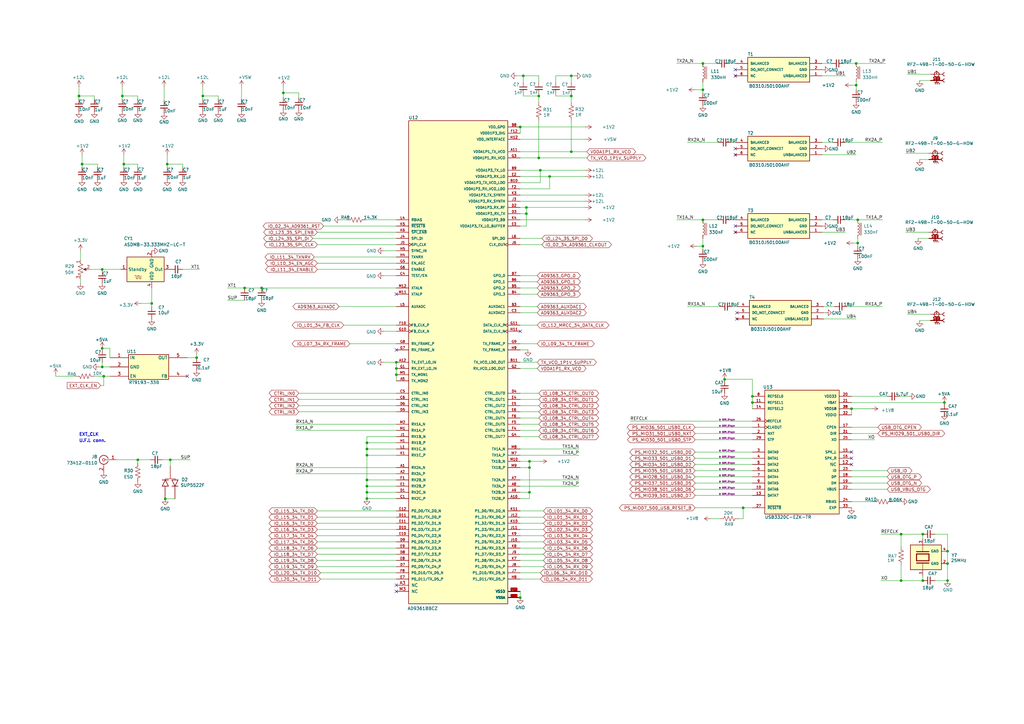
<source format=kicad_sch>
(kicad_sch (version 20230121) (generator eeschema)
  (paper "A3")
  (junction (at 33.655 67.31))
  (junction (at 217.17 191.77))
  (junction (at 42.545 154.305))
  (junction (at 308.61 165.1))
  (junction (at 388.62 231.14))
  (junction (at 162.56 151.13))
  (junction (at 213.36 52.07))
  (junction (at 351.79 90.17))
  (junction (at 50.165 39.37))
  (junction (at 32.385 39.37))
  (junction (at 308.61 162.56))
  (junction (at 220.98 39.37))
  (junction (at 387.35 165.1))
  (junction (at 62.23 124.46))
  (junction (at 107.315 118.11))
  (junction (at 388.62 226.06))
  (junction (at 68.58 67.31))
  (junction (at 217.17 201.93))
  (junction (at 234.315 39.37))
  (junction (at 80.645 146.685))
  (junction (at 50.8 67.31))
  (junction (at 288.29 90.17))
  (junction (at 116.205 38.1))
  (junction (at 100.33 118.11))
  (junction (at 56.515 188.595))
  (junction (at 369.57 238.125))
  (junction (at 215.9 87.63))
  (junction (at 150.495 184.15))
  (junction (at 351.155 34.925))
  (junction (at 351.155 26.035))
  (junction (at 69.85 188.595))
  (junction (at 225.425 72.39))
  (junction (at 288.29 36.83))
  (junction (at 378.46 238.125))
  (junction (at 162.56 153.67))
  (junction (at 288.29 100.965))
  (junction (at 41.91 150.495))
  (junction (at 388.62 238.125))
  (junction (at 214.63 31.115))
  (junction (at 378.46 219.075))
  (junction (at 213.36 245.11))
  (junction (at 234.315 31.115))
  (junction (at 83.185 39.37))
  (junction (at 41.91 110.49))
  (junction (at 67.7542 204.597))
  (junction (at 150.495 181.61))
  (junction (at 297.18 155.575))
  (junction (at 150.495 186.69))
  (junction (at 150.495 199.39))
  (junction (at 150.495 204.47))
  (junction (at 150.495 201.93))
  (junction (at 150.495 196.85))
  (junction (at 351.79 99.695))
  (junction (at 162.56 148.59))
  (junction (at 349.25 167.64))
  (junction (at 369.57 219.075))
  (junction (at 215.9 85.09))
  (junction (at 304.8 208.28))
  (junction (at 234.315 62.23))
  (junction (at 288.29 26.035))
  (junction (at 217.17 189.23))
  (junction (at 41.91 142.875))
  (junction (at 220.98 64.77))
  (junction (at 221.615 69.85))
  (no_connect (at 301.625 60.96))
  (no_connect (at 349.25 190.5))
  (no_connect (at 302.26 130.81))
  (no_connect (at 76.835 154.305))
  (no_connect (at 213.36 135.89))
  (no_connect (at 162.56 240.03))
  (no_connect (at 302.26 128.27))
  (no_connect (at 349.25 185.42))
  (no_connect (at 162.56 143.51))
  (no_connect (at 301.625 31.115))
  (no_connect (at 301.625 92.71))
  (no_connect (at 301.625 95.25))
  (no_connect (at 301.625 28.575))
  (no_connect (at 301.625 63.5))
  (no_connect (at 162.56 242.57))
  (no_connect (at 162.56 120.65))
  (no_connect (at 349.25 187.96))
  (wire (pts (xy 308.61 162.56) (xy 308.61 165.1)))
  (wire (pts (xy 130.175 209.55) (xy 162.56 209.55)))
  (wire (pts (xy 338.455 128.27) (xy 337.82 128.27)))
  (wire (pts (xy 213.36 52.07) (xy 240.03 52.07)))
  (wire (pts (xy 285.115 187.96) (xy 308.61 187.96)))
  (wire (pts (xy 68.58 63.5) (xy 68.58 67.31)))
  (wire (pts (xy 56.515 39.37) (xy 56.515 40.64)))
  (wire (pts (xy 50.165 35.56) (xy 50.165 39.37)))
  (wire (pts (xy 215.9 85.09) (xy 240.03 85.09)))
  (wire (pts (xy 388.62 231.14) (xy 388.62 238.125)))
  (wire (pts (xy 351.79 97.79) (xy 351.79 99.695)))
  (wire (pts (xy 121.285 176.53) (xy 162.56 176.53)))
  (wire (pts (xy 349.25 162.56) (xy 363.855 162.56)))
  (wire (pts (xy 214.63 39.37) (xy 220.98 39.37)))
  (wire (pts (xy 349.25 175.26) (xy 360.045 175.26)))
  (wire (pts (xy 149.86 90.17) (xy 162.56 90.17)))
  (wire (pts (xy 361.315 219.075) (xy 369.57 219.075)))
  (wire (pts (xy 41.91 110.49) (xy 41.91 111.125)))
  (wire (pts (xy 68.58 67.31) (xy 74.93 67.31)))
  (wire (pts (xy 213.36 151.13) (xy 220.345 151.13)))
  (wire (pts (xy 215.9 87.63) (xy 213.36 87.63)))
  (wire (pts (xy 378.46 238.125) (xy 378.46 236.22)))
  (wire (pts (xy 213.36 184.15) (xy 237.49 184.15)))
  (wire (pts (xy 41.91 142.875) (xy 41.91 143.51)))
  (wire (pts (xy 41.91 142.875) (xy 45.085 142.875)))
  (wire (pts (xy 340.995 26.035) (xy 337.185 26.035)))
  (wire (pts (xy 288.29 36.83) (xy 288.29 38.1)))
  (wire (pts (xy 67.691 204.597) (xy 67.7542 204.597)))
  (wire (pts (xy 68.58 68.58) (xy 68.58 67.31)))
  (wire (pts (xy 285.115 180.34) (xy 308.61 180.34)))
  (wire (pts (xy 217.17 204.47) (xy 217.17 201.93)))
  (wire (pts (xy 162.56 148.59) (xy 162.56 151.13)))
  (wire (pts (xy 234.315 62.23) (xy 240.665 62.23)))
  (wire (pts (xy 234.315 31.115) (xy 235.585 31.115)))
  (wire (pts (xy 288.29 26.035) (xy 294.005 26.035)))
  (wire (pts (xy 349.885 99.695) (xy 351.79 99.695)))
  (wire (pts (xy 351.79 99.695) (xy 351.79 100.965)))
  (wire (pts (xy 213.36 97.79) (xy 222.25 97.79)))
  (wire (pts (xy 162.56 153.67) (xy 162.56 156.21)))
  (wire (pts (xy 213.36 217.17) (xy 222.885 217.17)))
  (wire (pts (xy 62.23 124.46) (xy 62.23 125.73)))
  (wire (pts (xy 42.545 154.305) (xy 42.545 158.115)))
  (wire (pts (xy 116.205 38.1) (xy 116.205 40.005)))
  (wire (pts (xy 56.515 188.595) (xy 56.515 189.865)))
  (wire (pts (xy 41.91 150.495) (xy 45.085 150.495)))
  (wire (pts (xy 41.91 148.59) (xy 41.91 150.495)))
  (wire (pts (xy 33.655 68.58) (xy 33.655 67.31)))
  (wire (pts (xy 57.785 124.46) (xy 62.23 124.46)))
  (wire (pts (xy 130.175 107.95) (xy 162.56 107.95)))
  (wire (pts (xy 150.495 179.07) (xy 150.495 181.61)))
  (wire (pts (xy 93.345 118.11) (xy 100.33 118.11)))
  (wire (pts (xy 150.495 201.93) (xy 150.495 204.47)))
  (wire (pts (xy 388.62 238.125) (xy 383.54 238.125)))
  (wire (pts (xy 220.98 64.77) (xy 213.36 64.77)))
  (wire (pts (xy 213.36 204.47) (xy 217.17 204.47)))
  (wire (pts (xy 150.495 184.15) (xy 162.56 184.15)))
  (wire (pts (xy 378.46 220.98) (xy 378.46 219.075)))
  (wire (pts (xy 213.36 163.83) (xy 220.98 163.83)))
  (wire (pts (xy 122.555 161.29) (xy 162.56 161.29)))
  (wire (pts (xy 121.285 191.77) (xy 162.56 191.77)))
  (wire (pts (xy 76.835 146.685) (xy 80.645 146.685)))
  (wire (pts (xy 69.85 188.595) (xy 78.105 188.595)))
  (wire (pts (xy 346.075 26.035) (xy 351.155 26.035)))
  (wire (pts (xy 42.545 158.115) (xy 41.275 158.115)))
  (wire (pts (xy 122.555 38.1) (xy 122.555 40.005)))
  (wire (pts (xy 38.735 39.37) (xy 38.735 40.64)))
  (wire (pts (xy 349.25 195.58) (xy 363.855 195.58)))
  (wire (pts (xy 388.62 219.075) (xy 388.62 226.06)))
  (wire (pts (xy 213.36 229.87) (xy 222.885 229.87)))
  (wire (pts (xy 372.11 30.48) (xy 381.635 30.48)))
  (wire (pts (xy 130.175 229.87) (xy 162.56 229.87)))
  (wire (pts (xy 369.57 219.075) (xy 378.46 219.075)))
  (wire (pts (xy 281.94 58.42) (xy 294.64 58.42)))
  (wire (pts (xy 361.315 238.125) (xy 369.57 238.125)))
  (wire (pts (xy 213.36 148.59) (xy 220.345 148.59)))
  (wire (pts (xy 143.51 140.97) (xy 162.56 140.97)))
  (wire (pts (xy 83.185 39.37) (xy 89.535 39.37)))
  (wire (pts (xy 213.36 140.97) (xy 220.345 140.97)))
  (wire (pts (xy 150.495 184.15) (xy 150.495 186.69)))
  (wire (pts (xy 220.98 64.77) (xy 240.665 64.77)))
  (wire (pts (xy 213.36 176.53) (xy 220.98 176.53)))
  (wire (pts (xy 157.48 135.89) (xy 162.56 135.89)))
  (wire (pts (xy 213.36 232.41) (xy 222.885 232.41)))
  (wire (pts (xy 38.735 154.305) (xy 42.545 154.305)))
  (wire (pts (xy 299.72 90.17) (xy 301.625 90.17)))
  (wire (pts (xy 213.36 143.51) (xy 216.535 143.51)))
  (wire (pts (xy 213.36 227.33) (xy 222.885 227.33)))
  (wire (pts (xy 116.205 38.1) (xy 122.555 38.1)))
  (wire (pts (xy 213.36 191.77) (xy 217.17 191.77)))
  (wire (pts (xy 285.115 175.26) (xy 308.61 175.26)))
  (wire (pts (xy 304.8 208.28) (xy 308.61 208.28)))
  (wire (pts (xy 234.315 31.115) (xy 234.315 33.655)))
  (wire (pts (xy 131.445 234.95) (xy 162.56 234.95)))
  (wire (pts (xy 369.57 205.74) (xy 365.76 205.74)))
  (wire (pts (xy 220.98 31.115) (xy 220.98 33.655)))
  (wire (pts (xy 67.7542 204.597) (xy 71.755 204.597)))
  (wire (pts (xy 214.63 31.115) (xy 220.98 31.115)))
  (wire (pts (xy 285.115 203.2) (xy 308.61 203.2)))
  (wire (pts (xy 83.185 35.56) (xy 83.185 39.37)))
  (wire (pts (xy 225.425 77.47) (xy 213.36 77.47)))
  (wire (pts (xy 213.36 214.63) (xy 222.885 214.63)))
  (wire (pts (xy 139.065 125.73) (xy 162.56 125.73)))
  (wire (pts (xy 285.115 198.12) (xy 308.61 198.12)))
  (wire (pts (xy 130.175 222.25) (xy 162.56 222.25)))
  (wire (pts (xy 40.64 150.495) (xy 41.91 150.495)))
  (wire (pts (xy 291.465 212.725) (xy 295.275 212.725)))
  (wire (pts (xy 302.895 212.725) (xy 304.8 212.725)))
  (wire (pts (xy 213.36 90.17) (xy 240.03 90.17)))
  (wire (pts (xy 157.48 102.87) (xy 162.56 102.87)))
  (wire (pts (xy 157.48 113.03) (xy 162.56 113.03)))
  (wire (pts (xy 130.175 217.17) (xy 162.56 217.17)))
  (wire (pts (xy 297.18 155.575) (xy 297.18 156.21)))
  (wire (pts (xy 213.36 120.65) (xy 220.345 120.65)))
  (wire (pts (xy 162.56 151.13) (xy 162.56 153.67)))
  (wire (pts (xy 130.175 110.49) (xy 162.56 110.49)))
  (wire (pts (xy 33.02 102.87) (xy 33.02 106.68)))
  (wire (pts (xy 122.555 163.83) (xy 162.56 163.83)))
  (wire (pts (xy 221.615 69.85) (xy 240.03 69.85)))
  (wire (pts (xy 383.54 219.075) (xy 388.62 219.075)))
  (wire (pts (xy 225.425 72.39) (xy 225.425 77.47)))
  (wire (pts (xy 99.06 35.56) (xy 99.06 40.64)))
  (wire (pts (xy 217.17 189.23) (xy 217.17 191.77)))
  (wire (pts (xy 285.115 190.5) (xy 308.61 190.5)))
  (wire (pts (xy 213.36 161.29) (xy 220.98 161.29)))
  (wire (pts (xy 89.535 39.37) (xy 89.535 40.64)))
  (wire (pts (xy 214.63 31.115) (xy 214.63 33.655)))
  (wire (pts (xy 299.72 58.42) (xy 301.625 58.42)))
  (wire (pts (xy 277.495 26.035) (xy 288.29 26.035)))
  (wire (pts (xy 349.25 180.34) (xy 358.775 180.34)))
  (wire (pts (xy 213.36 237.49) (xy 221.615 237.49)))
  (wire (pts (xy 150.495 196.85) (xy 150.495 199.39)))
  (wire (pts (xy 234.315 39.37) (xy 227.965 39.37)))
  (wire (pts (xy 300.355 125.73) (xy 302.26 125.73)))
  (wire (pts (xy 217.17 189.23) (xy 221.615 189.23)))
  (wire (pts (xy 285.115 177.8) (xy 308.61 177.8)))
  (wire (pts (xy 308.61 155.575) (xy 308.61 162.56)))
  (wire (pts (xy 337.185 63.5) (xy 351.155 63.5)))
  (wire (pts (xy 130.175 95.25) (xy 162.56 95.25)))
  (wire (pts (xy 351.79 90.17) (xy 361.95 90.17)))
  (wire (pts (xy 281.94 125.73) (xy 295.275 125.73)))
  (wire (pts (xy 220.98 49.53) (xy 220.98 64.77)))
  (wire (pts (xy 140.97 133.35) (xy 162.56 133.35)))
  (wire (pts (xy 337.185 95.25) (xy 346.71 95.25)))
  (wire (pts (xy 377.19 65.405) (xy 381 65.405)))
  (wire (pts (xy 227.965 39.37) (xy 227.965 38.735)))
  (wire (pts (xy 213.36 179.07) (xy 220.98 179.07)))
  (wire (pts (xy 215.9 85.09) (xy 215.9 87.63)))
  (wire (pts (xy 74.93 67.31) (xy 74.93 68.58)))
  (wire (pts (xy 150.495 186.69) (xy 150.495 196.85)))
  (wire (pts (xy 227.965 31.115) (xy 234.315 31.115)))
  (wire (pts (xy 93.345 123.19) (xy 100.33 123.19)))
  (wire (pts (xy 150.495 196.85) (xy 162.56 196.85)))
  (wire (pts (xy 32.385 35.56) (xy 32.385 39.37)))
  (wire (pts (xy 349.25 177.8) (xy 360.045 177.8)))
  (wire (pts (xy 214.63 38.735) (xy 214.63 39.37)))
  (wire (pts (xy 45.085 142.875) (xy 45.085 146.685)))
  (wire (pts (xy 213.36 100.33) (xy 222.25 100.33)))
  (wire (pts (xy 121.285 194.31) (xy 162.56 194.31)))
  (wire (pts (xy 80.645 145.415) (xy 80.645 146.685)))
  (wire (pts (xy 213.36 219.71) (xy 222.885 219.71)))
  (wire (pts (xy 215.9 87.63) (xy 215.9 92.71)))
  (wire (pts (xy 130.175 214.63) (xy 162.56 214.63)))
  (wire (pts (xy 107.315 118.11) (xy 162.56 118.11)))
  (wire (pts (xy 234.315 39.37) (xy 234.315 41.91)))
  (wire (pts (xy 212.09 31.115) (xy 214.63 31.115)))
  (wire (pts (xy 139.7 90.17) (xy 142.24 90.17)))
  (wire (pts (xy 285.75 100.965) (xy 288.29 100.965)))
  (wire (pts (xy 213.36 224.79) (xy 222.885 224.79)))
  (wire (pts (xy 369.57 238.125) (xy 378.46 238.125)))
  (wire (pts (xy 213.36 212.09) (xy 222.885 212.09)))
  (wire (pts (xy 285.115 195.58) (xy 308.61 195.58)))
  (wire (pts (xy 50.8 63.5) (xy 50.8 67.31)))
  (wire (pts (xy 288.29 90.17) (xy 294.64 90.17)))
  (wire (pts (xy 213.36 242.57) (xy 213.36 245.11)))
  (wire (pts (xy 304.8 212.725) (xy 304.8 208.28)))
  (wire (pts (xy 33.655 67.31) (xy 40.005 67.31)))
  (wire (pts (xy 342.265 125.73) (xy 337.82 125.73)))
  (wire (pts (xy 150.495 181.61) (xy 150.495 184.15)))
  (wire (pts (xy 66.675 188.595) (xy 69.85 188.595)))
  (wire (pts (xy 69.85 188.595) (xy 69.85 191.135)))
  (wire (pts (xy 213.36 80.01) (xy 240.03 80.01)))
  (wire (pts (xy 369.57 224.155) (xy 369.57 219.075)))
  (wire (pts (xy 74.93 110.49) (xy 81.915 110.49)))
  (wire (pts (xy 213.36 186.69) (xy 237.49 186.69)))
  (wire (pts (xy 56.515 188.595) (xy 61.595 188.595)))
  (wire (pts (xy 128.905 105.41) (xy 162.56 105.41)))
  (wire (pts (xy 213.36 115.57) (xy 220.345 115.57)))
  (wire (pts (xy 371.475 62.865) (xy 381 62.865)))
  (wire (pts (xy 234.315 62.23) (xy 213.36 62.23)))
  (wire (pts (xy 116.205 35.56) (xy 116.205 38.1)))
  (wire (pts (xy 346.71 90.17) (xy 351.79 90.17)))
  (wire (pts (xy 213.36 189.23) (xy 217.17 189.23)))
  (wire (pts (xy 351.155 34.925) (xy 351.155 36.83)))
  (wire (pts (xy 349.25 205.74) (xy 358.14 205.74)))
  (wire (pts (xy 122.555 168.91) (xy 162.56 168.91)))
  (wire (pts (xy 277.495 90.17) (xy 288.29 90.17)))
  (wire (pts (xy 213.36 222.25) (xy 222.885 222.25)))
  (wire (pts (xy 50.165 39.37) (xy 56.515 39.37)))
  (wire (pts (xy 220.98 38.735) (xy 220.98 39.37)))
  (wire (pts (xy 150.495 181.61) (xy 162.56 181.61)))
  (wire (pts (xy 213.36 128.27) (xy 220.345 128.27)))
  (wire (pts (xy 150.495 179.07) (xy 162.56 179.07)))
  (wire (pts (xy 162.56 204.47) (xy 150.495 204.47)))
  (wire (pts (xy 234.315 49.53) (xy 234.315 62.23)))
  (wire (pts (xy 213.36 173.99) (xy 220.98 173.99)))
  (wire (pts (xy 217.17 191.77) (xy 217.17 201.93)))
  (wire (pts (xy 40.005 67.31) (xy 40.005 68.58)))
  (wire (pts (xy 372.745 162.56) (xy 368.935 162.56)))
  (wire (pts (xy 213.36 113.03) (xy 220.345 113.03)))
  (wire (pts (xy 33.655 63.5) (xy 33.655 67.31)))
  (wire (pts (xy 377.19 33.02) (xy 381.635 33.02)))
  (wire (pts (xy 22.86 154.305) (xy 22.86 153.67)))
  (wire (pts (xy 67.31 35.56) (xy 67.31 41.275)))
  (wire (pts (xy 227.965 31.115) (xy 227.965 33.655)))
  (wire (pts (xy 349.25 198.12) (xy 363.855 198.12)))
  (wire (pts (xy 297.18 155.575) (xy 308.61 155.575)))
  (wire (pts (xy 128.27 97.79) (xy 162.56 97.79)))
  (wire (pts (xy 225.425 72.39) (xy 240.03 72.39)))
  (wire (pts (xy 100.33 118.11) (xy 107.315 118.11)))
  (wire (pts (xy 337.185 31.115) (xy 346.71 31.115)))
  (wire (pts (xy 376.555 97.79) (xy 381 97.79)))
  (wire (pts (xy 349.25 34.925) (xy 351.155 34.925)))
  (wire (pts (xy 83.185 40.64) (xy 83.185 39.37)))
  (wire (pts (xy 337.82 130.81) (xy 351.155 130.81)))
  (wire (pts (xy 387.35 165.1) (xy 387.35 165.735)))
  (wire (pts (xy 130.175 232.41) (xy 162.56 232.41)))
  (wire (pts (xy 213.36 201.93) (xy 217.17 201.93)))
  (wire (pts (xy 150.495 186.69) (xy 162.56 186.69)))
  (wire (pts (xy 308.61 165.1) (xy 308.61 167.64)))
  (wire (pts (xy 349.25 167.64) (xy 349.25 170.18)))
  (wire (pts (xy 32.385 40.64) (xy 32.385 39.37)))
  (wire (pts (xy 347.345 125.73) (xy 361.95 125.73)))
  (wire (pts (xy 213.36 72.39) (xy 225.425 72.39)))
  (wire (pts (xy 387.35 169.545) (xy 387.35 170.815)))
  (wire (pts (xy 285.115 193.04) (xy 308.61 193.04)))
  (wire (pts (xy 349.25 167.64) (xy 357.505 167.64)))
  (wire (pts (xy 213.36 85.09) (xy 215.9 85.09)))
  (wire (pts (xy 285.115 200.66) (xy 308.61 200.66)))
  (wire (pts (xy 213.36 125.73) (xy 220.345 125.73)))
  (wire (pts (xy 56.515 67.31) (xy 56.515 68.58)))
  (wire (pts (xy 288.29 100.965) (xy 288.29 102.235)))
  (wire (pts (xy 32.385 39.37) (xy 38.735 39.37)))
  (wire (pts (xy 157.48 148.59) (xy 162.56 148.59)))
  (wire (pts (xy 131.445 237.49) (xy 162.56 237.49)))
  (wire (pts (xy 349.25 165.1) (xy 387.35 165.1)))
  (wire (pts (xy 346.71 58.42) (xy 361.95 58.42)))
  (wire (pts (xy 122.555 166.37) (xy 162.56 166.37)))
  (wire (pts (xy 22.86 154.305) (xy 31.115 154.305)))
  (wire (pts (xy 47.625 188.595) (xy 56.515 188.595)))
  (wire (pts (xy 121.285 173.99) (xy 162.56 173.99)))
  (wire (pts (xy 285.115 208.28) (xy 304.8 208.28)))
  (wire (pts (xy 213.36 57.15) (xy 240.03 57.15)))
  (wire (pts (xy 213.36 168.91) (xy 220.98 168.91)))
  (wire (pts (xy 130.175 224.79) (xy 162.56 224.79)))
  (wire (pts (xy 285.115 36.83) (xy 288.29 36.83)))
  (wire (pts (xy 371.475 95.25) (xy 381 95.25)))
  (wire (pts (xy 285.115 185.42) (xy 308.61 185.42)))
  (wire (pts (xy 213.36 52.07) (xy 213.36 54.61)))
  (wire (pts (xy 130.175 212.09) (xy 162.56 212.09)))
  (wire (pts (xy 220.98 39.37) (xy 220.98 41.91)))
  (wire (pts (xy 42.545 154.305) (xy 45.085 154.305)))
  (wire (pts (xy 349.25 200.66) (xy 363.855 200.66)))
  (wire (pts (xy 36.83 110.49) (xy 41.91 110.49)))
  (wire (pts (xy 213.36 234.95) (xy 221.615 234.95)))
  (wire (pts (xy 132.715 92.71) (xy 162.56 92.71)))
  (wire (pts (xy 341.63 90.17) (xy 337.185 90.17)))
  (wire (pts (xy 288.29 33.655) (xy 288.29 36.83)))
  (wire (pts (xy 130.175 100.33) (xy 162.56 100.33)))
  (wire (pts (xy 213.36 133.35) (xy 220.345 133.35)))
  (wire (pts (xy 150.495 201.93) (xy 162.56 201.93)))
  (wire (pts (xy 150.495 199.39) (xy 150.495 201.93)))
  (wire (pts (xy 349.25 193.04) (xy 363.855 193.04)))
  (wire (pts (xy 299.085 26.035) (xy 301.625 26.035)))
  (wire (pts (xy 372.11 128.905) (xy 381.635 128.905)))
  (wire (pts (xy 351.155 26.035) (xy 363.22 26.035)))
  (wire (pts (xy 341.63 58.42) (xy 337.185 58.42)))
  (wire (pts (xy 213.36 118.11) (xy 220.345 118.11)))
  (wire (pts (xy 258.445 172.72) (xy 308.61 172.72)))
  (wire (pts (xy 213.36 74.93) (xy 221.615 74.93)))
  (wire (pts (xy 50.8 68.58) (xy 50.8 67.31)))
  (wire (pts (xy 162.56 199.39) (xy 150.495 199.39)))
  (wire (pts (xy 237.49 199.39) (xy 213.36 199.39)))
  (wire (pts (xy 213.36 82.55) (xy 240.03 82.55)))
  (wire (pts (xy 221.615 69.85) (xy 221.615 74.93)))
  (wire (pts (xy 130.175 227.33) (xy 162.56 227.33)))
  (wire (pts (xy 213.36 166.37) (xy 220.98 166.37)))
  (wire (pts (xy 234.315 38.735) (xy 234.315 39.37)))
  (wire (pts (xy 50.8 67.31) (xy 56.515 67.31)))
  (wire (pts (xy 377.19 131.445) (xy 381.635 131.445)))
  (wire (pts (xy 62.23 118.11) (xy 62.23 124.46)))
  (wire (pts (xy 130.175 219.71) (xy 162.56 219.71)))
  (wire (pts (xy 213.36 171.45) (xy 220.98 171.45)))
  (wire (pts (xy 351.155 33.655) (xy 351.155 34.925)))
  (wire (pts (xy 369.57 238.125) (xy 369.57 231.775)))
  (wire (pts (xy 221.615 69.85) (xy 213.36 69.85)))
  (wire (pts (xy 288.29 97.79) (xy 288.29 100.965)))
  (wire (pts (xy 215.9 92.71) (xy 213.36 92.71)))
  (wire (pts (xy 237.49 196.85) (xy 213.36 196.85)))
  (wire (pts (xy 33.02 116.205) (xy 33.02 114.3)))
  (wire (pts (xy 50.165 40.64) (xy 50.165 39.37)))
  (wire (pts (xy 41.91 110.49) (xy 49.53 110.49)))
  (wire (pts (xy 213.36 209.55) (xy 222.885 209.55)))
  (wire (pts (xy 388.62 226.06) (xy 388.62 231.14)))
  (text "EXT_CLK" (at 32.385 179.07 0) (effects (font (size 1.27 1.27) (thickness 0.254) bold) (justify left bottom)))
  (text "U.F.L conn.\n" (at 32.385 181.61 0) (effects (font (size 1.27 1.27) (thickness 0.254) bold) (justify left bottom)))
  (label "UB1" (at 372.11 30.48 0))
  (label "XO" (at 358.775 180.34 180))
  (label "RX1A_P" (at 361.95 125.73 180))
  (label "RX2A_N" (at 281.94 58.42 0))
  (label "TX2A_P" (at 237.49 199.39 180))
  (label "TX1A_P" (at 361.95 90.17 180))
  (label "UB3" (at 371.475 95.25 0))
  (label "XT1" (at 81.915 110.49 180))
  (label "XO" (at 361.315 238.125 0))
  (label "UB4" (at 372.11 128.905 0))
  (label "UB2" (at 351.155 63.5 180))
  (label "RX1A_N" (at 281.94 125.73 0))
  (label "REFCLK" (at 258.445 172.72 0))
  (label "TX2A_N" (at 237.49 196.85 180))
  (label "XT1" (at 93.345 118.11 0))
  (label "RX2A_N" (at 121.285 191.77 0))
  (label "RX1A_N" (at 121.285 173.99 0))
  (label "UB1" (at 346.71 31.115 180))
  (label "TX1A_N" (at 277.495 90.17 0))
  (label "UB4" (at 351.155 130.81 180))
  (label "SUP" (at 93.345 123.19 0))
  (label "UB3" (at 346.71 95.25 180))
  (label "TX2A_N" (at 277.495 26.035 0))
  (label "REFCLK" (at 361.315 219.075 0))
  (label "RX2A_P" (at 121.285 194.31 0))
  (label "TX2A_P" (at 363.22 26.035 180))
  (label "TX1A_N" (at 237.49 184.15 180))
  (label "UB2" (at 371.475 62.865 0))
  (label "RX2A_P" (at 361.95 58.42 180))
  (label "TX1A_P" (at 237.49 186.69 180))
  (label "RX1A_P" (at 121.285 176.53 0))
  (label "SUP" (at 78.105 188.595 180))
  (global_label "IO_L24_35_SPI_DI" (shape bidirectional) (at 128.27 97.79 180) (property "Intersheetrefs" "${INTERSHEET_REFS}" (effects hide)))
  (global_label "IO_L01_34_RX_D1" (shape bidirectional) (at 222.885 212.09 0) (property "Intersheetrefs" "${INTERSHEET_REFS}" (effects hide)))
  (global_label "AD9363_GPO_1" (shape bidirectional) (at 220.345 115.57 0) (property "Intersheetrefs" "${INTERSHEET_REFS}" (effects hide)))
  (global_label "IO_L07_34_RX_FRAME" (shape bidirectional) (at 143.51 140.97 180) (property "Intersheetrefs" "${INTERSHEET_REFS}" (effects hide)))
  (global_label "PS_MIO28_501_USB0_D4" (shape bidirectional) (at 285.115 195.58 180) (property "Intersheetrefs" "${INTERSHEET_REFS}" (effects hide)))
  (global_label "PS_MIO30_501_USB0_STP" (shape bidirectional) (at 285.115 180.34 180) (property "Intersheetrefs" "${INTERSHEET_REFS}" (effects hide)))
  (global_label "IO_L03_34_RX_D4" (shape bidirectional) (at 222.885 219.71 0) (property "Intersheetrefs" "${INTERSHEET_REFS}" (effects hide)))
  (global_label "PS_MIO31_501_USB0_NXT" (shape bidirectional) (at 285.115 177.8 180) (property "Intersheetrefs" "${INTERSHEET_REFS}" (effects hide)))
  (global_label "IO_L08_34_CTRL_OUT5" (shape bidirectional) (at 220.98 173.99 0) (property "Intersheetrefs" "${INTERSHEET_REFS}" (effects hide)))
  (global_label "IO_L08_34_CTRL_OUT4" (shape bidirectional) (at 220.98 171.45 0) (property "Intersheetrefs" "${INTERSHEET_REFS}" (effects hide)))
  (global_label "IO_L18_34_TX_D6" (shape bidirectional) (at 130.175 224.79 180) (property "Intersheetrefs" "${INTERSHEET_REFS}" (effects hide)))
  (global_label "IO_L09_34_TX_FRAME" (shape bidirectional) (at 220.345 140.97 0) (property "Intersheetrefs" "${INTERSHEET_REFS}" (effects hide)))
  (global_label "USB_ID" (shape bidirectional) (at 363.855 193.04 0) (property "Intersheetrefs" "${INTERSHEET_REFS}" (effects hide)))
  (global_label "IO_L12_MRCC_34_DATA_CLK" (shape bidirectional) (at 220.345 133.35 0) (property "Intersheetrefs" "${INTERSHEET_REFS}" (effects hide)))
  (global_label "PS_MIO37_501_USB0_D5" (shape bidirectional) (at 285.115 198.12 180) (property "Intersheetrefs" "${INTERSHEET_REFS}" (effects hide)))
  (global_label "IO_L19_34_TX_D8" (shape bidirectional) (at 130.175 229.87 180) (property "Intersheetrefs" "${INTERSHEET_REFS}" (effects hide)))
  (global_label "PS_MIO07_500_USB_RESET_B" (shape bidirectional) (at 285.115 208.28 180) (property "Intersheetrefs" "${INTERSHEET_REFS}" (effects hide)))
  (global_label "PS_MIO35_501_USB0_D3" (shape bidirectional) (at 285.115 193.04 180) (property "Intersheetrefs" "${INTERSHEET_REFS}" (effects hide)))
  (global_label "IO_L11_34_TXNRX" (shape bidirectional) (at 128.905 105.41 180) (property "Intersheetrefs" "${INTERSHEET_REFS}" (effects hide)))
  (global_label "USB_VBUS_OTG" (shape bidirectional) (at 363.855 200.66 0) (property "Intersheetrefs" "${INTERSHEET_REFS}" (effects hide)))
  (global_label "AD9363_AUXDAC1" (shape bidirectional) (at 220.345 125.73 0) (property "Intersheetrefs" "${INTERSHEET_REFS}" (effects hide)))
  (global_label "PS_MIO36_501_USB0_CLK" (shape bidirectional) (at 285.115 175.26 180) (property "Intersheetrefs" "${INTERSHEET_REFS}" (effects hide)))
  (global_label "USB_OTG_N" (shape bidirectional) (at 363.855 198.12 0) (property "Intersheetrefs" "${INTERSHEET_REFS}" (effects hide)))
  (global_label "IO_L08_34_CTRL_OUT0" (shape bidirectional) (at 220.98 161.29 0) (property "Intersheetrefs" "${INTERSHEET_REFS}" (effects hide)))
  (global_label "IO_L08_34_CTRL_OUT6" (shape bidirectional) (at 220.98 176.53 0) (property "Intersheetrefs" "${INTERSHEET_REFS}" (effects hide)))
  (global_label "IO_L17_34_TX_D4" (shape bidirectional) (at 130.175 219.71 180) (property "Intersheetrefs" "${INTERSHEET_REFS}" (effects hide)))
  (global_label "IO_L17_34_TX_D5" (shape bidirectional) (at 130.175 222.25 180) (property "Intersheetrefs" "${INTERSHEET_REFS}" (effects hide)))
  (global_label "AD9363_AUXDAC2" (shape bidirectional) (at 220.345 128.27 0) (property "Intersheetrefs" "${INTERSHEET_REFS}" (effects hide)))
  (global_label "IO_L08_34_CTRL_OUT7" (shape bidirectional) (at 220.98 179.07 0) (property "Intersheetrefs" "${INTERSHEET_REFS}" (effects hide)))
  (global_label "IO_L05_34_RX_D8" (shape bidirectional) (at 222.885 229.87 0) (property "Intersheetrefs" "${INTERSHEET_REFS}" (effects hide)))
  (global_label "CTRL_IN0" (shape bidirectional) (at 122.555 161.29 180) (property "Intersheetrefs" "${INTERSHEET_REFS}" (effects hide)))
  (global_label "AD9363_GPO_2" (shape bidirectional) (at 220.345 118.11 0) (property "Intersheetrefs" "${INTERSHEET_REFS}" (effects hide)))
  (global_label "IO_L06_34_RX_D10" (shape bidirectional) (at 221.615 234.95 0) (property "Intersheetrefs" "${INTERSHEET_REFS}" (effects hide)))
  (global_label "IO_L20_34_TX_D10" (shape bidirectional) (at 131.445 234.95 180) (property "Intersheetrefs" "${INTERSHEET_REFS}" (effects hide)))
  (global_label "AD9363_AUXADC" (shape bidirectional) (at 139.065 125.73 180) (property "Intersheetrefs" "${INTERSHEET_REFS}" (effects hide)))
  (global_label "IO_L05_34_RX_D9" (shape bidirectional) (at 222.885 232.41 0) (property "Intersheetrefs" "${INTERSHEET_REFS}" (effects hide)))
  (global_label "IO_L08_34_CTRL_OUT3" (shape bidirectional) (at 220.98 168.91 0) (property "Intersheetrefs" "${INTERSHEET_REFS}" (effects hide)))
  (global_label "IO_L04_34_RX_D7" (shape bidirectional) (at 222.885 227.33 0) (property "Intersheetrefs" "${INTERSHEET_REFS}" (effects hide)))
  (global_label "TX_VCO_1P1V_SUPPLY" (shape bidirectional) (at 240.665 64.77 0) (property "Intersheetrefs" "${INTERSHEET_REFS}" (effects hide)))
  (global_label "IO_02_34_AD9361_RST" (shape bidirectional) (at 132.715 92.71 180) (property "Intersheetrefs" "${INTERSHEET_REFS}" (effects hide)))
  (global_label "PS_MIO29_501_USB0_DIR" (shape bidirectional) (at 360.045 177.8 0) (property "Intersheetrefs" "${INTERSHEET_REFS}" (effects hide)))
  (global_label "IO_L19_34_TX_D9" (shape bidirectional) (at 130.175 232.41 180) (property "Intersheetrefs" "${INTERSHEET_REFS}" (effects hide)))
  (global_label "IO_L15_34_TX_D0" (shape bidirectional) (at 130.175 209.55 180) (property "Intersheetrefs" "${INTERSHEET_REFS}" (effects hide)))
  (global_label "VDDA1P1_RX_VCO" (shape bidirectional) (at 220.345 151.13 0) (property "Intersheetrefs" "${INTERSHEET_REFS}" (effects hide)))
  (global_label "IO_L10_34_EN_AGC" (shape bidirectional) (at 130.175 107.95 180) (property "Intersheetrefs" "${INTERSHEET_REFS}" (effects hide)))
  (global_label "PS_MIO38_501_USB0_D6" (shape bidirectional) (at 285.115 200.66 180) (property "Intersheetrefs" "${INTERSHEET_REFS}" (effects hide)))
  (global_label "AD9363_GPO_0" (shape bidirectional) (at 220.345 113.03 0) (property "Intersheetrefs" "${INTERSHEET_REFS}" (effects hide)))
  (global_label "AD9363_GPO_3" (shape bidirectional) (at 220.345 120.65 0) (property "Intersheetrefs" "${INTERSHEET_REFS}" (effects hide)))
  (global_label "IO_L08_34_CTRL_OUT2" (shape bidirectional) (at 220.98 166.37 0) (property "Intersheetrefs" "${INTERSHEET_REFS}" (effects hide)))
  (global_label "IO_L02_34_RX_D3" (shape bidirectional) (at 222.885 217.17 0) (property "Intersheetrefs" "${INTERSHEET_REFS}" (effects hide)))
  (global_label "PS_MIO33_501_USB0_D1" (shape bidirectional) (at 285.115 187.96 180) (property "Intersheetrefs" "${INTERSHEET_REFS}" (effects hide)))
  (global_label "IO_L01_34_RX_D0" (shape bidirectional) (at 222.885 209.55 0) (property "Intersheetrefs" "${INTERSHEET_REFS}" (effects hide)))
  (global_label "IO_L02_34_RX_D2" (shape bidirectional) (at 222.885 214.63 0) (property "Intersheetrefs" "${INTERSHEET_REFS}" (effects hide)))
  (global_label "CTRL_IN3" (shape bidirectional) (at 122.555 168.91 180) (property "Intersheetrefs" "${INTERSHEET_REFS}" (effects hide)))
  (global_label "IO_L15_34_TX_D1" (shape bidirectional) (at 130.175 212.09 180) (property "Intersheetrefs" "${INTERSHEET_REFS}" (effects hide)))
  (global_label "IO_L24_35_SPI_D0" (shape bidirectional) (at 222.25 97.79 0) (property "Intersheetrefs" "${INTERSHEET_REFS}" (effects hide)))
  (global_label "IO_L06_34_RX_D11" (shape bidirectional) (at 221.615 237.49 0) (property "Intersheetrefs" "${INTERSHEET_REFS}" (effects hide)))
  (global_label "USB_OTG_CPEN" (shape bidirectional) (at 360.045 175.26 0) (property "Intersheetrefs" "${INTERSHEET_REFS}" (effects hide)))
  (global_label "IO_L16_34_TX_D2" (shape bidirectional) (at 130.175 214.63 180) (property "Intersheetrefs" "${INTERSHEET_REFS}" (effects hide)))
  (global_label "IO_L03_34_RX_D5" (shape bidirectional) (at 222.885 222.25 0) (property "Intersheetrefs" "${INTERSHEET_REFS}" (effects hide)))
  (global_label "PS_MIO34_501_USB0_D2" (shape bidirectional) (at 285.115 190.5 180) (property "Intersheetrefs" "${INTERSHEET_REFS}" (effects hide)))
  (global_label "CTRL_IN1" (shape bidirectional) (at 122.555 163.83 180) (property "Intersheetrefs" "${INTERSHEET_REFS}" (effects hide)))
  (global_label "IO_L16_34_TX_D3" (shape bidirectional) (at 130.175 217.17 180) (property "Intersheetrefs" "${INTERSHEET_REFS}" (effects hide)))
  (global_label "IO_L04_34_RX_D6" (shape bidirectional) (at 222.885 224.79 0) (property "Intersheetrefs" "${INTERSHEET_REFS}" (effects hide)))
  (global_label "PS_MIO39_501_USB0_D7" (shape bidirectional) (at 285.115 203.2 180) (property "Intersheetrefs" "${INTERSHEET_REFS}" (effects hide)))
  (global_label "IO_L23_35_SPI_ENB" (shape bidirectional) (at 130.175 95.25 180) (property "Intersheetrefs" "${INTERSHEET_REFS}" (effects hide)))
  (global_label "IO_L01_34_FB_CLK" (shape bidirectional) (at 140.97 133.35 180) (property "Intersheetrefs" "${INTERSHEET_REFS}" (effects hide)))
  (global_label "IO_L23_35_SPI_CLK" (shape bidirectional) (at 130.175 100.33 180) (property "Intersheetrefs" "${INTERSHEET_REFS}" (effects hide)))
  (global_label "TX_VCO_1P1V_SUPPLY" (shape bidirectional) (at 220.345 148.59 0) (property "Intersheetrefs" "${INTERSHEET_REFS}" (effects hide)))
  (global_label "VDDA1P1_RX_VCO" (shape bidirectional) (at 240.665 62.23 0) (property "Intersheetrefs" "${INTERSHEET_REFS}" (effects hide)))
  (global_label "IO_L18_34_TX_D7" (shape bidirectional) (at 130.175 227.33 180) (property "Intersheetrefs" "${INTERSHEET_REFS}" (effects hide)))
  (global_label "PS_MIO32_501_USB0_D0" (shape bidirectional) (at 285.115 185.42 180) (property "Intersheetrefs" "${INTERSHEET_REFS}" (effects hide)))
  (global_label "IO_L20_34_TX_D11" (shape bidirectional) (at 131.445 237.49 180) (property "Intersheetrefs" "${INTERSHEET_REFS}" (effects hide)))
  (global_label "EXT_CLK_EN" (shape input) (at 41.275 158.115 180) (property "Intersheetrefs" "${INTERSHEET_REFS}" (effects hide)))
  (global_label "USB_OTG_P" (shape bidirectional) (at 363.855 195.58 0) (property "Intersheetrefs" "${INTERSHEET_REFS}" (effects hide)))
  (global_label "IO_L11_34_ENABLE" (shape bidirectional) (at 130.175 110.49 180) (property "Intersheetrefs" "${INTERSHEET_REFS}" (effects hide)))
  (global_label "CTRL_IN2" (shape bidirectional) (at 122.555 166.37 180) (property "Intersheetrefs" "${INTERSHEET_REFS}" (effects hide)))
  (global_label "IO_L08_34_CTRL_OUT1" (shape bidirectional) (at 220.98 163.83 0) (property "Intersheetrefs" "${INTERSHEET_REFS}" (effects hide)))
  (global_label "IO_02_34_AD9361_CLKOUT" (shape bidirectional) (at 222.25 100.33 0) (property "Intersheetrefs" "${INTERSHEET_REFS}" (effects hide)))
  (netclass_flag "" (length 0.635) (shape dot) (at 295.275 200.66 0) (property "Netclass" "50R_Single" (at 295.9735 200.025 0) (effects (font (size 0.635 0.635) italic) (justify left))))
  (netclass_flag "" (length 0.635) (shape dot) (at 295.275 193.04 0) (property "Netclass" "50R_Single" (at 295.9735 192.405 0) (effects (font (size 0.635 0.635) italic) (justify left))))
  (netclass_flag "" (length 0.635) (shape dot) (at 295.275 175.26 0) (property "Netclass" "50R_Single" (at 295.9735 174.625 0) (effects (font (size 0.635 0.635) italic) (justify left))))
  (netclass_flag "" (length 0.635) (shape dot) (at 295.275 203.2 0) (property "Netclass" "50R_Single" (at 295.9735 202.565 0) (effects (font (size 0.635 0.635) italic) (justify left))))
  (netclass_flag "" (length 0.635) (shape dot) (at 295.275 180.34 0) (property "Netclass" "50R_Single" (at 295.9735 179.705 0) (effects (font (size 0.635 0.635) italic) (justify left))))
  (netclass_flag "" (length 0.635) (shape dot) (at 295.275 185.42 0) (property "Netclass" "50R_Single" (at 295.9735 184.785 0) (effects (font (size 0.635 0.635) italic) (justify left))))
  (netclass_flag "" (length 0.635) (shape dot) (at 295.275 195.58 0) (property "Netclass" "50R_Single" (at 295.9735 194.945 0) (effects (font (size 0.635 0.635) italic) (justify left))))
  (netclass_flag "" (length 0.635) (shape dot) (at 295.275 198.12 0) (property "Netclass" "50R_Single" (at 295.9735 197.485 0) (effects (font (size 0.635 0.635) italic) (justify left))))
  (netclass_flag "" (length 0.635) (shape dot) (at 295.275 177.8 0) (property "Netclass" "50R_Single" (at 295.9735 177.165 0) (effects (font (size 0.635 0.635) italic) (justify left))))
  (netclass_flag "" (length 0.635) (shape dot) (at 295.275 190.5 0) (property "Netclass" "50R_Single" (at 295.9735 189.865 0) (effects (font (size 0.635 0.635) italic) (justify left))))
  (netclass_flag "" (length 0.635) (shape dot) (at 295.275 187.96 0) (property "Netclass" "50R_Single" (at 295.9735 187.325 0) (effects (font (size 0.635 0.635) italic) (justify left))))
  (netclass_flag "" (length 0.635) (shape dot) (at 295.275 172.72 0) (property "Netclass" "50R_Single" (at 295.9735 172.085 0) (effects (font (size 0.635 0.635) italic) (justify left))))
  (symbol (lib_id "power:+12L") (at 50.165 35.56 0) (unit 1)
    (property "Reference" "#PWR?" (effects hide))
    (property "Value" "IP3_SUPPLY_A" (at 50.038 31.75 0))
    (instances (project "IO-SDR_Rev_1.0" (path "" (reference "#PWR?") (unit 1)) (path "" (reference "#PWR0135") (unit 1))))
  )
  (symbol (lib_name "GND_1") (lib_id "power:GND") (at 337.185 28.575 90) (unit 1)
    (property "Reference" "#PWR?" (effects hide))
    (property "Value" "GND" (at 341.757 28.702 90))
    (instances (project "IO-SDR_Rev_1.0" (path "" (reference "#PWR?") (unit 1)) (path "" (reference "#PWR?") (unit 1)) (path "" (reference "#PWR?") (unit 1)) (path "" (reference "#PWR0190") (unit 1))))
  )
  (symbol (lib_id "Device:C_Small") (at 122.555 42.545 0) (unit 1)
    (property "Reference" "C?" (at 122.682 41.021 0) (effects (justify left)))
    (property "Value" "10nF" (at 122.936 44.196 0) (effects (justify left)))
    (property "Footprint" "Capacitor_SMD:C_0402_1005Metric_Pad0.74x0.62mm_HandSolder" (effects hide))
    (instances (project "IO-SDR_Rev_1.0" (path "" (reference "C?") (unit 1)) (path "" (reference "C75") (unit 1))))
  )
  (symbol (lib_id "Device:C_Small") (at 381 219.075 90) (unit 1)
    (property "Reference" "CA?" (at 382.778 216.154 90) (effects (justify left)))
    (property "Value" "18pF" (at 383.794 221.869 90) (effects (justify left)))
    (property "Footprint" "Capacitor_SMD:C_0402_1005Metric_Pad0.74x0.62mm_HandSolder" (effects hide))
    (instances (project "IO-SDR_Rev_1.0" (path "" (reference "CA?") (unit 1)) (path "" (reference "CA5") (unit 1))))
  )
  (symbol (lib_id "Device:C_Small") (at 227.965 36.195 0) (unit 1)
    (property "Reference" "C?" (at 223.901 34.671 0) (effects (justify left)))
    (property "Value" "1nF" (at 224.155 37.973 0) (effects (justify left)))
    (property "Footprint" "Capacitor_SMD:C_0402_1005Metric_Pad0.74x0.62mm_HandSolder" (effects hide))
    (instances (project "IO-SDR_Rev_1.0" (path "" (reference "C?") (unit 1)) (path "" (reference "C78") (unit 1))))
  )
  (symbol (lib_id "Device:C_Small") (at 220.98 36.195 0) (unit 1)
    (property "Reference" "C?" (at 217.17 34.544 0) (effects (justify left)))
    (property "Value" "1nF" (at 217.17 37.973 0) (effects (justify left)))
    (property "Footprint" "Capacitor_SMD:C_0402_1005Metric_Pad0.74x0.62mm_HandSolder" (effects hide))
    (instances (project "IO-SDR_Rev_1.0" (path "" (reference "C?") (unit 1)) (path "" (reference "C77") (unit 1))))
  )
  (symbol (lib_id "Device:C_Small") (at 297.18 158.75 180) (unit 1)
    (property "Reference" "CA?" (at 296.799 156.972 0) (effects (justify left)))
    (property "Value" "10uF" (at 296.672 160.655 0) (effects (justify left)))
    (property "Footprint" "Capacitor_SMD:C_0603_1608Metric_Pad1.08x0.95mm_HandSolder" (effects hide))
    (instances (project "IO-SDR_Rev_1.0" (path "" (reference "CA?") (unit 1)) (path "" (reference "CA9") (unit 1))))
  )
  (symbol (lib_id "Device:C_Small") (at 62.23 128.27 0) (unit 1)
    (property "Reference" "C?" (at 64.897 126.111 0) (effects (justify left)))
    (property "Value" "10uF" (at 64.77 128.27 0) (effects (justify left)))
    (property "Footprint" "Capacitor_SMD:C_0603_1608Metric_Pad1.08x0.95mm_HandSolder" (effects hide))
    (instances (project "IO-SDR_Rev_1.0" (path "" (reference "C?") (unit 1)) (path "" (reference "CA7") (unit 1))))
  )
  (symbol (lib_name "+1V8_1") (lib_id "power:+1V8") (at 291.465 212.725 90) (unit 1)
    (property "Reference" "#PWR0185" (effects hide))
    (property "Value" "VCC1V8" (at 281.178 212.598 90) (effects (justify right)))
  )
  (symbol (lib_id "RF2-49B-T-00-50-G-HDW:RF2-49B-T-00-50-G-HDW") (at 384.175 30.48 0) (mirror y) (unit 1)
    (property "Reference" "J11" (at 384.1531 24.3474 0))
    (property "Value" "RF2-49B-T-00-50-G-HDW" (at 385.8793 26.4189 0))
    (property "Footprint" "Libraries:ADAMTECH_RF2-49B-T-00-50-G-HDW" (effects hide))
    (property "PARTREV" "7/20/16" (effects hide))
    (property "STANDARD" "Manufacturer Recommendations" (effects hide))
    (property "SNAPEDA_PN" "RF2-49B-T-00-50-G-HDW" (effects hide))
    (property "MAXIMUM_PACKAGE_HEIGHT" "10.45mm" (effects hide))
    (property "MANUFACTURER" "Adam Tech" (effects hide))
  )
  (symbol (lib_id "RF2-49B-T-00-50-G-HDW:RF2-49B-T-00-50-G-HDW") (at 383.54 62.865 0) (mirror y) (unit 1)
    (property "Reference" "J9" (at 383.5181 56.7324 0))
    (property "Value" "RF2-49B-T-00-50-G-HDW" (at 385.2443 58.8039 0))
    (property "Footprint" "Libraries:ADAMTECH_RF2-49B-T-00-50-G-HDW" (effects hide))
    (property "PARTREV" "7/20/16" (effects hide))
    (property "STANDARD" "Manufacturer Recommendations" (effects hide))
    (property "SNAPEDA_PN" "RF2-49B-T-00-50-G-HDW" (effects hide))
    (property "MAXIMUM_PACKAGE_HEIGHT" "10.45mm" (effects hide))
    (property "MANUFACTURER" "Adam Tech" (effects hide))
  )
  (symbol (lib_id "Device:C_Small") (at 68.58 71.12 0) (unit 1)
    (property "Reference" "C?" (at 68.58 69.596 0) (effects (justify left)))
    (property "Value" "10nF" (at 68.58 72.771 0) (effects (justify left)))
    (property "Footprint" "Capacitor_SMD:C_0402_1005Metric_Pad0.74x0.62mm_HandSolder" (effects hide))
    (instances (project "IO-SDR_Rev_1.0" (path "" (reference "C?") (unit 1)) (path "" (reference "C66") (unit 1))))
  )
  (symbol (lib_id "power:+12L") (at 240.03 82.55 270) (unit 1)
    (property "Reference" "#PWR?" (effects hide))
    (property "Value" "IP3_SUPPLY_A" (at 242.57 82.55 90) (effects (justify left)))
    (instances (project "IO-SDR_Rev_1.0" (path "" (reference "#PWR?") (unit 1)) (path "" (reference "#PWR0180") (unit 1))))
  )
  (symbol (lib_name "B0310J50100AHF_1") (lib_id "B0310J50100AHF:B0310J50100AHF") (at 319.405 31.115 0) (unit 1)
    (property "Reference" "T1" (at 307.848 22.225 0))
    (property "Value" "B0310J50100AHF" (at 315.595 35.306 0))
    (property "Footprint" "USB3320C-EZK-TR:B0310J50100AHF" (effects hide))
    (property "MF" "Anaren" (effects hide))
    (property "Description" "\nRF Balun 300MHz ~ 1GHz 50 / 100Ohm 0805 (2012 Metric)\n" (effects hide))
    (property "Package" "None" (effects hide))
    (property "Price" "None" (effects hide))
    (property "Check_prices" "https://www.snapeda.com/parts/B0310J50100AHF/Anaren/view-part/?ref=eda" (effects hide))
    (property "STANDARD" "MANUFACTURER RECOMMENDATIONS" (effects hide))
    (property "PARTREV" "A" (effects hide))
    (property "SnapEDA_Link" "https://www.snapeda.com/parts/B0310J50100AHF/Anaren/view-part/?ref=snap" (effects hide))
    (property "MP" "B0310J50100AHF" (effects hide))
    (property "Availability" "In Stock" (effects hide))
    (property "MANUFACTURER" "Anaren" (effects hide))
  )
  (symbol (lib_name "+5VA_2") (lib_id "power:+5VA") (at 22.86 153.67 0) (unit 1)
    (property "Reference" "#PWR?" (effects hide))
    (property "Value" "+5V IN" (at 22.606 150.114 0))
    (instances (project "IO-SDR_Rev_1.0" (path "" (reference "#PWR?") (unit 1)) (path "" (reference "#PWR062") (unit 1)) (path "" (reference "#PWR0123") (unit 1))))
  )
  (symbol (lib_id "Device:C_Small") (at 50.165 43.18 0) (unit 1)
    (property "Reference" "C?" (at 50.165 41.656 0) (effects (justify left)))
    (property "Value" "10nF" (at 50.165 44.704 0) (effects (justify left)))
    (property "Footprint" "Capacitor_SMD:C_0402_1005Metric_Pad0.74x0.62mm_HandSolder" (effects hide))
    (instances (project "IO-SDR_Rev_1.0" (path "" (reference "C?") (unit 1)) (path "" (reference "C60") (unit 1))))
  )
  (symbol (lib_name "GND_1") (lib_id "power:GND") (at 377.19 33.02 0) (unit 1)
    (property "Reference" "#PWR?" (effects hide))
    (property "Value" "GND" (at 377.19 37.084 0))
    (instances (project "IO-SDR_Rev_1.0" (path "" (reference "#PWR?") (unit 1)) (path "" (reference "#PWR?") (unit 1)) (path "" (reference "#PWR?") (unit 1)) (path "" (reference "#PWR0203") (unit 1))))
  )
  (symbol (lib_id "Device:C_Small") (at 41.91 146.05 0) (mirror y) (unit 1)
    (property "Reference" "C?" (at 41.529 144.399 0) (effects (justify left)))
    (property "Value" "10uF" (at 41.656 147.701 0) (effects (justify left)))
    (property "Footprint" "Capacitor_SMD:C_0603_1608Metric_Pad1.08x0.95mm_HandSolder" (effects hide))
    (instances (project "IO-SDR_Rev_1.0" (path "" (reference "C?") (unit 1)) (path "" (reference "C59") (unit 1))))
  )
  (symbol (lib_id "Device:C_Small") (at 297.815 125.73 90) (unit 1)
    (property "Reference" "C?" (at 297.053 124.841 90) (effects (justify left)))
    (property "Value" "18pF" (at 303.403 124.841 90) (effects (justify left)))
    (property "Footprint" "Capacitor_SMD:C_0402_1005Metric_Pad0.74x0.62mm_HandSolder" (effects hide))
    (instances (project "IO-SDR_Rev_1.0" (path "" (reference "C?") (unit 1)) (path "" (reference "C85") (unit 1))))
  )
  (symbol (lib_id "Device:C_Small") (at 344.17 58.42 270) (unit 1)
    (property "Reference" "C?" (at 339.471 57.531 90) (effects (justify left)))
    (property "Value" "18pF" (at 345.313 57.531 90) (effects (justify left)))
    (property "Footprint" "Capacitor_SMD:C_0402_1005Metric_Pad0.74x0.62mm_HandSolder" (effects hide))
    (instances (project "IO-SDR_Rev_1.0" (path "" (reference "C?") (unit 1)) (path "" (reference "C87") (unit 1))))
  )
  (symbol (lib_id "power:+1V2") (at 240.03 85.09 270) (unit 1)
    (property "Reference" "#PWR?" (effects hide))
    (property "Value" "1P3_SUPPLY_B" (at 249.555 85.09 90))
    (instances (project "IO-SDR_Rev_1.0" (path "" (reference "#PWR?") (unit 1)) (path "" (reference "#PWR?") (unit 1)) (path "" (reference "#PWR0181") (unit 1))))
  )
  (symbol (lib_name "GND_1") (lib_id "power:GND") (at 107.315 123.19 0) (unit 1)
    (property "Reference" "#PWR?" (effects hide))
    (property "Value" "GND" (at 107.315 127.254 0))
    (instances (project "IO-SDR_Rev_1.0" (path "" (reference "#PWR?") (unit 1)) (path "" (reference "#PWR?") (unit 1)) (path "" (reference "#PWR?") (unit 1)) (path "" (reference "#PWR0160") (unit 1))))
  )
  (symbol (lib_id "Device:R_US") (at 220.98 45.72 0) (unit 1)
    (property "Reference" "R31" (at 222.659 44.9941 0) (effects (justify left)))
    (property "Value" "1R" (at 222.8403 47.2161 0) (effects (justify left)))
    (property "Footprint" "Resistor_SMD:R_0402_1005Metric_Pad0.72x0.64mm_HandSolder" (effects hide))
  )
  (symbol (lib_name "GND_1") (lib_id "power:GND") (at 377.19 131.445 0) (unit 1)
    (property "Reference" "#PWR?" (effects hide))
    (property "Value" "GND" (at 377.19 135.509 0))
    (instances (project "IO-SDR_Rev_1.0" (path "" (reference "#PWR?") (unit 1)) (path "" (reference "#PWR?") (unit 1)) (path "" (reference "#PWR?") (unit 1)) (path "" (reference "#PWR0205") (unit 1))))
  )
  (symbol (lib_id "Device:C_Small") (at 56.515 43.18 0) (unit 1)
    (property "Reference" "C?" (at 56.515 41.656 0) (effects (justify left)))
    (property "Value" "1uF" (at 56.515 44.831 0) (effects (justify left)))
    (property "Footprint" "Capacitor_SMD:C_0402_1005Metric_Pad0.74x0.62mm_HandSolder" (effects hide))
    (instances (project "IO-SDR_Rev_1.0" (path "" (reference "C?") (unit 1)) (path "" (reference "C62") (unit 1))))
  )
  (symbol (lib_name "GND_1") (lib_id "power:GND") (at 351.79 106.045 0) (unit 1)
    (property "Reference" "#PWR?" (effects hide))
    (property "Value" "GND" (at 351.79 110.109 0))
    (instances (project "IO-SDR_Rev_1.0" (path "" (reference "#PWR?") (unit 1)) (path "" (reference "#PWR?") (unit 1)) (path "" (reference "#PWR?") (unit 1)) (path "" (reference "#PWR0198") (unit 1))))
  )
  (symbol (lib_name "GND_1") (lib_id "power:GND") (at 89.535 45.72 0) (unit 1)
    (property "Reference" "#PWR?" (effects hide))
    (property "Value" "GND" (at 89.535 49.403 0))
    (instances (project "IO-SDR_Rev_1.0" (path "" (reference "#PWR?") (unit 1)) (path "" (reference "#PWR?") (unit 1)) (path "" (reference "#PWR?") (unit 1)) (path "" (reference "#PWR0157") (unit 1))))
  )
  (symbol (lib_name "GND_1") (lib_id "power:GND") (at 388.62 238.125 0) (unit 1)
    (property "Reference" "#PWR?" (effects hide))
    (property "Value" "GND" (at 388.747 241.935 0))
    (instances (project "IO-SDR_Rev_1.0" (path "" (reference "#PWR?") (unit 1)) (path "" (reference "#PWR?") (unit 1)) (path "" (reference "#PWR?") (unit 1)) (path "" (reference "#PWR0143") (unit 1))))
  )
  (symbol (lib_id "Device:C_Small") (at 297.18 90.17 90) (unit 1)
    (property "Reference" "C?" (at 296.418 89.281 90) (effects (justify left)))
    (property "Value" "18pF" (at 302.768 89.281 90) (effects (justify left)))
    (property "Footprint" "Capacitor_SMD:C_0402_1005Metric_Pad0.74x0.62mm_HandSolder" (effects hide))
    (instances (project "IO-SDR_Rev_1.0" (path "" (reference "C?") (unit 1)) (path "" (reference "C84") (unit 1))))
  )
  (symbol (lib_id "Device:C_Small") (at 33.655 71.12 0) (unit 1)
    (property "Reference" "C?" (at 33.655 69.596 0) (effects (justify left)))
    (property "Value" "10nF" (at 33.655 72.898 0) (effects (justify left)))
    (property "Footprint" "Capacitor_SMD:C_0402_1005Metric_Pad0.74x0.62mm_HandSolder" (effects hide))
    (instances (project "IO-SDR_Rev_1.0" (path "" (reference "C?") (unit 1)) (path "" (reference "C55") (unit 1))))
  )
  (symbol (lib_id "Device:R_US") (at 361.95 205.74 90) (unit 1)
    (property "Reference" "RA10" (at 359.664 204.851 90) (effects (justify left)))
    (property "Value" "8.06K" (at 370.205 204.978 90) (effects (justify left)))
    (property "Footprint" "Resistor_SMD:R_0402_1005Metric_Pad0.72x0.64mm_HandSolder" (effects hide))
  )
  (symbol (lib_id "Device:C_Small") (at 74.93 71.12 0) (unit 1)
    (property "Reference" "C?" (at 74.93 69.596 0) (effects (justify left)))
    (property "Value" "1uF" (at 74.93 72.771 0) (effects (justify left)))
    (property "Footprint" "Capacitor_SMD:C_0402_1005Metric_Pad0.74x0.62mm_HandSolder" (effects hide))
    (instances (project "IO-SDR_Rev_1.0" (path "" (reference "C?") (unit 1)) (path "" (reference "C68") (unit 1))))
  )
  (symbol (lib_name "GND_1") (lib_id "power:GND") (at 376.555 97.79 0) (unit 1)
    (property "Reference" "#PWR?" (effects hide))
    (property "Value" "GND" (at 376.555 101.854 0))
    (instances (project "IO-SDR_Rev_1.0" (path "" (reference "#PWR?") (unit 1)) (path "" (reference "#PWR?") (unit 1)) (path "" (reference "#PWR?") (unit 1)) (path "" (reference "#PWR0202") (unit 1))))
  )
  (symbol (lib_name "GND_1") (lib_id "power:GND") (at 122.555 45.085 0) (unit 1)
    (property "Reference" "#PWR?" (effects hide))
    (property "Value" "GND" (at 122.555 48.768 0))
    (instances (project "IO-SDR_Rev_1.0" (path "" (reference "#PWR?") (unit 1)) (path "" (reference "#PWR?") (unit 1)) (path "" (reference "#PWR?") (unit 1)) (path "" (reference "#PWR0163") (unit 1))))
  )
  (symbol (lib_name "GND_1") (lib_id "power:GND") (at 40.64 150.495 270) (unit 1)
    (property "Reference" "#PWR?" (effects hide))
    (property "Value" "GND" (at 35.814 150.495 90))
    (instances (project "IO-SDR_Rev_1.0" (path "" (reference "#PWR?") (unit 1)) (path "" (reference "#PWR?") (unit 1)) (path "" (reference "#PWR?") (unit 1)) (path "" (reference "#PWR0132") (unit 1))))
  )
  (symbol (lib_name "+3.3V_1") (lib_id "power:+3.3V") (at 57.785 124.46 90) (mirror x) (unit 1)
    (property "Reference" "#PWR0142" (effects hide))
    (property "Value" "VCC33_TCXO" (at 54.61 125.095 90) (effects (justify left)))
  )
  (symbol (lib_id "Device:C_Small") (at 64.135 188.595 270) (mirror x) (unit 1)
    (property "Reference" "C?" (at 62.23 185.928 90) (effects (justify left)))
    (property "Value" "18pF" (at 61.722 191.262 90) (effects (justify left)))
    (property "Footprint" "Capacitor_SMD:C_0402_1005Metric_Pad0.74x0.62mm_HandSolder" (effects hide))
    (instances (project "IO-SDR_Rev_1.0" (path "" (reference "C?") (unit 1)) (path "" (reference "C65") (unit 1))))
  )
  (symbol (lib_id "Device:C_Small") (at 99.06 43.18 0) (unit 1)
    (property "Reference" "C?" (at 99.06 41.656 0) (effects (justify left)))
    (property "Value" "10nF" (at 99.06 44.831 0) (effects (justify left)))
    (property "Footprint" "Capacitor_SMD:C_0402_1005Metric_Pad0.74x0.62mm_HandSolder" (effects hide))
    (instances (project "IO-SDR_Rev_1.0" (path "" (reference "C?") (unit 1)) (path "" (reference "C71") (unit 1))))
  )
  (symbol (lib_id "Device:R_US") (at 34.925 154.305 90) (mirror x) (unit 1)
    (property "Reference" "RA6" (at 29.464 153.416 90))
    (property "Value" "10K" (at 40.005 153.162 90))
    (property "Footprint" "Resistor_SMD:R_0402_1005Metric_Pad0.72x0.64mm_HandSolder" (effects hide))
  )
  (symbol (lib_id "Device:C_Small") (at 38.735 43.18 0) (unit 1)
    (property "Reference" "C?" (at 38.735 41.656 0) (effects (justify left)))
    (property "Value" "1uF" (at 38.735 44.958 0) (effects (justify left)))
    (property "Footprint" "Capacitor_SMD:C_0402_1005Metric_Pad0.74x0.62mm_HandSolder" (effects hide))
    (instances (project "IO-SDR_Rev_1.0" (path "" (reference "C?") (unit 1)) (path "" (reference "C56") (unit 1))))
  )
  (symbol (lib_id "Device:R_US") (at 234.315 45.72 0) (unit 1)
    (property "Reference" "R32" (at 235.8095 44.9034 0) (effects (justify left)))
    (property "Value" "1R" (at 235.8548 47.0801 0) (effects (justify left)))
    (property "Footprint" "Resistor_SMD:R_0402_1005Metric_Pad0.72x0.64mm_HandSolder" (effects hide))
  )
  (symbol (lib_id "Device:C_Small") (at 107.315 120.65 0) (unit 1)
    (property "Reference" "C?" (at 107.315 119.126 0) (effects (justify left)))
    (property "Value" "18pF" (at 107.569 122.301 0) (effects (justify left)))
    (property "Footprint" "Capacitor_SMD:C_0402_1005Metric_Pad0.74x0.62mm_HandSolder" (effects hide))
    (instances (project "IO-SDR_Rev_1.0" (path "" (reference "C?") (unit 1)) (path "" (reference "C73") (unit 1))))
  )
  (symbol (lib_id "Device:C_Small") (at 387.35 168.275 180) (unit 1)
    (property "Reference" "CA?" (at 392.557 166.624 0) (effects (justify left)))
    (property "Value" "0.1uF" (at 393.192 169.926 0) (effects (justify left)))
    (property "Footprint" "Capacitor_SMD:C_0402_1005Metric_Pad0.74x0.62mm_HandSolder" (effects hide))
    (instances (project "IO-SDR_Rev_1.0" (path "" (reference "CA?") (unit 1)) (path "" (reference "CA11") (unit 1))))
  )
  (symbol (lib_name "B0310J50100AHF_1") (lib_id "B0310J50100AHF:B0310J50100AHF") (at 320.04 130.81 0) (unit 1)
    (property "Reference" "T4" (at 308.483 121.92 0))
    (property "Value" "B0310J50100AHF" (at 316.23 135.001 0))
    (property "Footprint" "USB3320C-EZK-TR:B0310J50100AHF" (effects hide))
    (property "MF" "Anaren" (effects hide))
    (property "Description" "\nRF Balun 300MHz ~ 1GHz 50 / 100Ohm 0805 (2012 Metric)\n" (effects hide))
    (property "Package" "None" (effects hide))
    (property "Price" "None" (effects hide))
    (property "Check_prices" "https://www.snapeda.com/parts/B0310J50100AHF/Anaren/view-part/?ref=eda" (effects hide))
    (property "STANDARD" "MANUFACTURER RECOMMENDATIONS" (effects hide))
    (property "PARTREV" "A" (effects hide))
    (property "SnapEDA_Link" "https://www.snapeda.com/parts/B0310J50100AHF/Anaren/view-part/?ref=snap" (effects hide))
    (property "MP" "B0310J50100AHF" (effects hide))
    (property "Availability" "In Stock" (effects hide))
    (property "MANUFACTURER" "Anaren" (effects hide))
  )
  (symbol (lib_name "GND_2") (lib_id "power:GND") (at 157.48 102.87 270) (unit 1)
    (property "Reference" "#PWR?" (effects hide))
    (property "Value" "GND" (at 154.432 102.87 90) (effects (justify right)))
    (instances (project "IO-SDR_Rev_1.0" (path "" (reference "#PWR?") (unit 1)) (path "" (reference "#PWR0166") (unit 1))))
  )
  (symbol (lib_name "GND_1") (lib_id "power:GND") (at 40.005 73.66 0) (unit 1)
    (property "Reference" "#PWR?" (effects hide))
    (property "Value" "GND" (at 40.005 77.724 0))
    (instances (project "IO-SDR_Rev_1.0" (path "" (reference "#PWR?") (unit 1)) (path "" (reference "#PWR?") (unit 1)) (path "" (reference "#PWR?") (unit 1)) (path "" (reference "#PWR0131") (unit 1))))
  )
  (symbol (lib_id "Device:R_US") (at 369.57 227.965 0) (unit 1)
    (property "Reference" "RA7" (at 364.109 228.092 0) (effects (justify left)))
    (property "Value" "1M" (at 363.855 229.87 0) (effects (justify left)))
    (property "Footprint" "Resistor_SMD:R_0402_1005Metric_Pad0.72x0.64mm_HandSolder" (effects hide))
  )
  (symbol (lib_id "Device:L_Iron") (at 351.79 93.98 0) (unit 1)
    (property "Reference" "L14" (at 354.203 92.71 0) (effects (justify left)))
    (property "Value" "330nF" (at 354.203 95.25 0) (effects (justify left)))
    (property "Footprint" "Inductor_SMD:L_0402_1005Metric_Pad0.77x0.64mm_HandSolder" (effects hide))
  )
  (symbol (lib_id "power:+12L") (at 83.185 35.56 0) (unit 1)
    (property "Reference" "#PWR?" (effects hide))
    (property "Value" "IP3_SUPPLY_A" (at 83.058 31.75 0))
    (instances (project "IO-SDR_Rev_1.0" (path "" (reference "#PWR?") (unit 1)) (path "" (reference "#PWR0155") (unit 1))))
  )
  (symbol (lib_id "Device:C_Small") (at 116.205 42.545 0) (unit 1)
    (property "Reference" "C?" (at 116.332 41.021 0) (effects (justify left)))
    (property "Value" "10nF" (at 116.459 44.196 0) (effects (justify left)))
    (property "Footprint" "Capacitor_SMD:C_0402_1005Metric_Pad0.74x0.62mm_HandSolder" (effects hide))
    (instances (project "IO-SDR_Rev_1.0" (path "" (reference "C?") (unit 1)) (path "" (reference "C74") (unit 1))))
  )
  (symbol (lib_name "GND_2") (lib_id "power:GND") (at 157.48 113.03 270) (unit 1)
    (property "Reference" "#PWR?" (effects hide))
    (property "Value" "GND" (at 154.305 113.284 90) (effects (justify right)))
    (instances (project "IO-SDR_Rev_1.0" (path "" (reference "#PWR?") (unit 1)) (path "" (reference "#PWR0167") (unit 1))))
  )
  (symbol (lib_name "GND_1") (lib_id "power:GND") (at 338.455 128.27 90) (unit 1)
    (property "Reference" "#PWR?" (effects hide))
    (property "Value" "GND" (at 343.154 128.397 90))
    (instances (project "IO-SDR_Rev_1.0" (path "" (reference "#PWR?") (unit 1)) (path "" (reference "#PWR?") (unit 1)) (path "" (reference "#PWR?") (unit 1)) (path "" (reference "#PWR0193") (unit 1))))
  )
  (symbol (lib_id "Device:C_Small") (at 89.535 43.18 0) (unit 1)
    (property "Reference" "C?" (at 89.535 41.656 0) (effects (justify left)))
    (property "Value" "1uF" (at 89.535 44.831 0) (effects (justify left)))
    (property "Footprint" "Capacitor_SMD:C_0402_1005Metric_Pad0.74x0.62mm_HandSolder" (effects hide))
    (instances (project "IO-SDR_Rev_1.0" (path "" (reference "C?") (unit 1)) (path "" (reference "C70") (unit 1))))
  )
  (symbol (lib_name "GND_1") (lib_id "power:GND") (at 62.23 102.87 90) (unit 1)
    (property "Reference" "#PWR?" (effects hide))
    (property "Value" "GND" (at 67.056 102.87 90))
    (instances (project "IO-SDR_Rev_1.0" (path "" (reference "#PWR?") (unit 1)) (path "" (reference "#PWR?") (unit 1)) (path "" (reference "#PWR?") (unit 1)) (path "" (reference "#PWR0144") (unit 1))))
  )
  (symbol (lib_name "+1V8_2") (lib_id "power:+1V8") (at 297.18 155.575 0) (unit 1)
    (property "Reference" "#PWR0188" (effects hide))
    (property "Value" "VCC1V8" (at 297.307 151.892 0))
  )
  (symbol (lib_name "GND_1") (lib_id "power:GND") (at 337.185 92.71 90) (unit 1)
    (property "Reference" "#PWR?" (effects hide))
    (property "Value" "GND" (at 341.757 92.837 90))
    (instances (project "IO-SDR_Rev_1.0" (path "" (reference "#PWR?") (unit 1)) (path "" (reference "#PWR?") (unit 1)) (path "" (reference "#PWR?") (unit 1)) (path "" (reference "#PWR0192") (unit 1))))
  )
  (symbol (lib_name "GND_1") (lib_id "power:GND") (at 50.8 73.66 0) (unit 1)
    (property "Reference" "#PWR?" (effects hide))
    (property "Value" "GND" (at 50.8 77.724 0))
    (instances (project "IO-SDR_Rev_1.0" (path "" (reference "#PWR?") (unit 1)) (path "" (reference "#PWR?") (unit 1)) (path "" (reference "#PWR?") (unit 1)) (path "" (reference "#PWR0138") (unit 1))))
  )
  (symbol (lib_name "GND_1") (lib_id "power:GND") (at 83.185 45.72 0) (unit 1)
    (property "Reference" "#PWR?" (effects hide))
    (property "Value" "GND" (at 83.185 49.403 0))
    (instances (project "IO-SDR_Rev_1.0" (path "" (reference "#PWR?") (unit 1)) (path "" (reference "#PWR?") (unit 1)) (path "" (reference "#PWR?") (unit 1)) (path "" (reference "#PWR0156") (unit 1))))
  )
  (symbol (lib_id "power:+12L") (at 240.03 80.01 270) (unit 1)
    (property "Reference" "#PWR?" (effects hide))
    (property "Value" "IP3_SUPPLY_A" (at 242.57 80.01 90) (effects (justify left)))
    (instances (project "IO-SDR_Rev_1.0" (path "" (reference "#PWR?") (unit 1)) (path "" (reference "#PWR0179") (unit 1))))
  )
  (symbol (lib_id "Device:C_Small") (at 297.18 58.42 90) (unit 1)
    (property "Reference" "C?" (at 296.418 57.531 90) (effects (justify left)))
    (property "Value" "18pF" (at 302.768 57.531 90) (effects (justify left)))
    (property "Footprint" "Capacitor_SMD:C_0402_1005Metric_Pad0.74x0.62mm_HandSolder" (effects hide))
    (instances (project "IO-SDR_Rev_1.0" (path "" (reference "C?") (unit 1)) (path "" (reference "C83") (unit 1))))
  )
  (symbol (lib_id "Device:C_Small") (at 344.17 90.17 270) (unit 1)
    (property "Reference" "C?" (at 338.3472 89.24 90) (effects (justify left)))
    (property "Value" "18pF" (at 345.313 89.281 90) (effects (justify left)))
    (property "Footprint" "Capacitor_SMD:C_0402_1005Metric_Pad0.74x0.62mm_HandSolder" (effects hide))
    (instances (project "IO-SDR_Rev_1.0" (path "" (reference "C?") (unit 1)) (path "" (reference "C88") (unit 1))))
  )
  (symbol (lib_name "GND_1") (lib_id "power:GND") (at 349.25 208.28 0) (unit 1)
    (property "Reference" "#PWR?" (effects hide))
    (property "Value" "GND" (at 349.377 212.09 0))
    (instances (project "IO-SDR_Rev_1.0" (path "" (reference "#PWR?") (unit 1)) (path "" (reference "#PWR?") (unit 1)) (path "" (reference "#PWR?") (unit 1)) (path "" (reference "#PWR0194") (unit 1))))
  )
  (symbol (lib_name "GND_1") (lib_id "power:GND") (at 297.18 161.29 0) (unit 1)
    (property "Reference" "#PWR?" (effects hide))
    (property "Value" "GND" (at 297.18 165.354 0))
    (instances (project "IO-SDR_Rev_1.0" (path "" (reference "#PWR?") (unit 1)) (path "" (reference "#PWR?") (unit 1)) (path "" (reference "#PWR?") (unit 1)) (path "" (reference "#PWR0189") (unit 1))))
  )
  (symbol (lib_id "Device:R_US") (at 56.515 193.675 0) (mirror y) (unit 1)
    (property "Reference" "R30" (at 50.8 193.04 0) (effects (justify right)))
    (property "Value" "ESD" (at 50.8 195.58 0) (effects (justify right)))
    (property "Footprint" "Resistor_SMD:R_0402_1005Metric_Pad0.72x0.64mm_HandSolder" (effects hide))
  )
  (symbol (lib_name "GND_1") (lib_id "power:GND") (at 33.655 73.66 0) (unit 1)
    (property "Reference" "#PWR?" (effects hide))
    (property "Value" "GND" (at 33.655 77.724 0))
    (instances (project "IO-SDR_Rev_1.0" (path "" (reference "#PWR?") (unit 1)) (path "" (reference "#PWR?") (unit 1)) (path "" (reference "#PWR?") (unit 1)) (path "" (reference "#PWR0129") (unit 1))))
  )
  (symbol (lib_id "Device:C_Small") (at 83.185 43.18 0) (unit 1)
    (property "Reference" "C?" (at 83.185 41.656 0) (effects (justify left)))
    (property "Value" "10nF" (at 83.185 44.831 0) (effects (justify left)))
    (property "Footprint" "Capacitor_SMD:C_0402_1005Metric_Pad0.74x0.62mm_HandSolder" (effects hide))
    (instances (project "IO-SDR_Rev_1.0" (path "" (reference "C?") (unit 1)) (path "" (reference "C69") (unit 1))))
  )
  (symbol (lib_name "GND_1") (lib_id "power:GND") (at 41.91 116.205 0) (unit 1)
    (property "Reference" "#PWR?" (effects hide))
    (property "Value" "GND" (at 41.91 120.269 0))
    (instances (project "IO-SDR_Rev_1.0" (path "" (reference "#PWR?") (unit 1)) (path "" (reference "#PWR?") (unit 1)) (path "" (reference "#PWR?") (unit 1)) (path "" (reference "#PWR0133") (unit 1))))
  )
  (symbol (lib_name "GND_2") (lib_id "power:GND") (at 157.48 148.59 270) (unit 1)
    (property "Reference" "#PWR?" (effects hide))
    (property "Value" "GND" (at 154.305 148.844 90) (effects (justify right)))
    (instances (project "IO-SDR_Rev_1.0" (path "" (reference "#PWR?") (unit 1)) (path "" (reference "#PWR0169") (unit 1))))
  )
  (symbol (lib_id "PLUTOX_SDR SCH LIB 2:SOT23_MOSFET") (at 69.85 199.39 0) (mirror y) (unit 1)
    (property "Reference" "D2" (at 77.089 196.723 0) (effects (justify left)))
    (property "Value" "SUP5522F" (at 78.994 199.009 0))
    (property "Footprint" "Package_TO_SOT_SMD:SOT-23-3" (effects hide))
  )
  (symbol (lib_id "Connector:Conn_Coaxial") (at 42.545 188.595 0) (mirror y) (unit 1)
    (property "Reference" "J8" (at 38.735 187.325 0))
    (property "Value" "73412-0110" (at 33.655 189.865 0))
    (property "Footprint" "Connector_Coaxial:U.FL_Molex_MCRF_73412-0110_Vertical" (effects hide))
    (property "Datasheet" " ~" (effects hide))
  )
  (symbol (lib_id "RF2-49B-T-00-50-G-HDW:RF2-49B-T-00-50-G-HDW") (at 384.175 128.905 0) (mirror y) (unit 1)
    (property "Reference" "J12" (at 384.1531 122.7724 0))
    (property "Value" "RF2-49B-T-00-50-G-HDW" (at 385.8793 124.8439 0))
    (property "Footprint" "Libraries:ADAMTECH_RF2-49B-T-00-50-G-HDW" (effects hide))
    (property "PARTREV" "7/20/16" (effects hide))
    (property "STANDARD" "Manufacturer Recommendations" (effects hide))
    (property "SNAPEDA_PN" "RF2-49B-T-00-50-G-HDW" (effects hide))
    (property "MAXIMUM_PACKAGE_HEIGHT" "10.45mm" (effects hide))
    (property "MANUFACTURER" "Adam Tech" (effects hide))
  )
  (symbol (lib_name "GND_1") (lib_id "power:GND") (at 288.29 107.315 0) (unit 1)
    (property "Reference" "#PWR?" (effects hide))
    (property "Value" "GND" (at 288.29 111.379 0))
    (instances (project "IO-SDR_Rev_1.0" (path "" (reference "#PWR?") (unit 1)) (path "" (reference "#PWR?") (unit 1)) (path "" (reference "#PWR?") (unit 1)) (path "" (reference "#PWR0187") (unit 1))))
  )
  (symbol (lib_id "PLUTOX_SDR SCH LIB 2:RT9193-33GB") (at 84.455 150.495 0) (mirror y) (unit 1)
    (property "Reference" "U11" (at 53.975 144.145 0))
    (property "Value" "RT9193-33B" (at 59.055 156.845 0))
    (property "Footprint" "Libraries:RT9193-33B" (effects hide))
  )
  (symbol (lib_name "GND_1") (lib_id "power:GND") (at 56.515 197.485 0) (unit 1)
    (property "Reference" "#PWR?" (effects hide))
    (property "Value" "GND" (at 56.515 201.549 0))
    (instances (project "IO-SDR_Rev_1.0" (path "" (reference "#PWR?") (unit 1)) (path "" (reference "#PWR?") (unit 1)) (path "" (reference "#PWR?") (unit 1)) (path "" (reference "#PWR0141") (unit 1))))
  )
  (symbol (lib_id "Device:C_Small") (at 343.535 26.035 270) (unit 1)
    (property "Reference" "C?" (at 338.836 25.146 90) (effects (justify left)))
    (property "Value" "18pF" (at 344.678 25.146 90) (effects (justify left)))
    (property "Footprint" "Capacitor_SMD:C_0402_1005Metric_Pad0.74x0.62mm_HandSolder" (effects hide))
    (instances (project "IO-SDR_Rev_1.0" (path "" (reference "C?") (unit 1)) (path "" (reference "C86") (unit 1))))
  )
  (symbol (lib_id "RF2-49B-T-00-50-G-HDW:RF2-49B-T-00-50-G-HDW") (at 383.54 95.25 0) (mirror y) (unit 1)
    (property "Reference" "J10" (at 383.5181 89.1174 0))
    (property "Value" "RF2-49B-T-00-50-G-HDW" (at 385.2443 91.1889 0))
    (property "Footprint" "Libraries:ADAMTECH_RF2-49B-T-00-50-G-HDW" (effects hide))
    (property "PARTREV" "7/20/16" (effects hide))
    (property "STANDARD" "Manufacturer Recommendations" (effects hide))
    (property "SNAPEDA_PN" "RF2-49B-T-00-50-G-HDW" (effects hide))
    (property "MAXIMUM_PACKAGE_HEIGHT" "10.45mm" (effects hide))
    (property "MANUFACTURER" "Adam Tech" (effects hide))
  )
  (symbol (lib_name "GND_2") (lib_id "power:GND") (at 139.7 90.17 270) (unit 1)
    (property "Reference" "#PWR?" (effects hide))
    (property "Value" "GND" (at 135.89 90.17 90) (effects (justify right)))
    (instances (project "IO-SDR_Rev_1.0" (path "" (reference "#PWR?") (unit 1)) (path "" (reference "#PWR0164") (unit 1))))
  )
  (symbol (lib_id "Device:C_Small") (at 344.805 125.73 270) (unit 1)
    (property "Reference" "C?" (at 338.836 124.714 90) (effects (justify left)))
    (property "Value" "18pF" (at 345.948 124.841 90) (effects (justify left)))
    (property "Footprint" "Capacitor_SMD:C_0402_1005Metric_Pad0.74x0.62mm_HandSolder" (effects hide))
    (instances (project "IO-SDR_Rev_1.0" (path "" (reference "C?") (unit 1)) (path "" (reference "C89") (unit 1))))
  )
  (symbol (lib_id "power:+1V8") (at 357.505 167.64 270) (unit 1)
    (property "Reference" "#PWR0199" (effects hide))
    (property "Value" "VCC1V8" (at 361.442 168.275 90) (effects (justify left)))
  )
  (symbol (lib_name "+5VA_2") (lib_id "power:+5VA") (at 41.91 142.875 0) (unit 1)
    (property "Reference" "#PWR?" (effects hide))
    (property "Value" "+5V IN" (at 41.656 139.319 0))
    (instances (project "IO-SDR_Rev_1.0" (path "" (reference "#PWR?") (unit 1)) (path "" (reference "#PWR062") (unit 1)) (path "" (reference "#PWR0134") (unit 1))))
  )
  (symbol (lib_name "GND_1") (lib_id "power:GND") (at 42.545 193.675 0) (unit 1)
    (property "Reference" "#PWR?" (effects hide))
    (property "Value" "GND" (at 42.545 197.739 0))
    (instances (project "IO-SDR_Rev_1.0" (path "" (reference "#PWR?") (unit 1)) (path "" (reference "#PWR?") (unit 1)) (path "" (reference "#PWR?") (unit 1)) (path "" (reference "#PWR0150") (unit 1))))
  )
  (symbol (lib_name "GND_1") (lib_id "power:GND") (at 99.06 45.72 0) (unit 1)
    (property "Reference" "#PWR?" (effects hide))
    (property "Value" "GND" (at 99.06 49.403 0))
    (instances (project "IO-SDR_Rev_1.0" (path "" (reference "#PWR?") (unit 1)) (path "" (reference "#PWR?") (unit 1)) (path "" (reference "#PWR?") (unit 1)) (path "" (reference "#PWR0159") (unit 1))))
  )
  (symbol (lib_id "Device:C_Small") (at 56.515 71.12 0) (unit 1)
    (property "Reference" "C?" (at 56.515 69.469 0) (effects (justify left)))
    (property "Value" "1uF" (at 56.515 72.898 0) (effects (justify left)))
    (property "Footprint" "Capacitor_SMD:C_0402_1005Metric_Pad0.74x0.62mm_HandSolder" (effects hide))
    (instances (project "IO-SDR_Rev_1.0" (path "" (reference "C?") (unit 1)) (path "" (reference "C63") (unit 1))))
  )
  (symbol (lib_id "Device:C_Small") (at 351.155 39.37 0) (unit 1)
    (property "Reference" "C?" (at 351.409 37.846 0) (effects (justify left)))
    (property "Value" "100nF" (at 351.282 41.021 0) (effects (justify left)))
    (property "Footprint" "Capacitor_SMD:C_0402_1005Metric_Pad0.74x0.62mm_HandSolder" (effects hide))
    (instances (project "IO-SDR_Rev_1.0" (path "" (reference "C?") (unit 1)) (path "" (reference "C90") (unit 1))))
  )
  (symbol (lib_id "Device:L_Iron") (at 288.29 29.845 0) (unit 1)
    (property "Reference" "L11" (at 291.465 29.21 0) (effects (justify left)))
    (property "Value" "330nH" (at 291.465 31.75 0) (effects (justify left)))
    (property "Footprint" "Inductor_SMD:L_0402_1005Metric_Pad0.77x0.64mm_HandSolder" (effects hide))
  )
  (symbol (lib_id "Device:C_Small") (at 234.315 36.195 0) (unit 1)
    (property "Reference" "C?" (at 230.378 34.671 0) (effects (justify left)))
    (property "Value" "1nF" (at 230.505 38.1 0) (effects (justify left)))
    (property "Footprint" "Capacitor_SMD:C_0402_1005Metric_Pad0.74x0.62mm_HandSolder" (effects hide))
    (instances (project "IO-SDR_Rev_1.0" (path "" (reference "C?") (unit 1)) (path "" (reference "C79") (unit 1))))
  )
  (symbol (lib_name "GND_1") (lib_id "power:GND") (at 56.515 73.66 0) (unit 1)
    (property "Reference" "#PWR?" (effects hide))
    (property "Value" "GND" (at 56.515 77.724 0))
    (instances (project "IO-SDR_Rev_1.0" (path "" (reference "#PWR?") (unit 1)) (path "" (reference "#PWR?") (unit 1)) (path "" (reference "#PWR?") (unit 1)) (path "" (reference "#PWR0140") (unit 1))))
  )
  (symbol (lib_name "GND_1") (lib_id "power:GND") (at 62.23 130.81 0) (unit 1)
    (property "Reference" "#PWR?" (effects hide))
    (property "Value" "GND" (at 62.23 134.874 0))
    (instances (project "IO-SDR_Rev_1.0" (path "" (reference "#PWR?") (unit 1)) (path "" (reference "#PWR?") (unit 1)) (path "" (reference "#PWR?") (unit 1)) (path "" (reference "#PWR0145") (unit 1))))
  )
  (symbol (lib_id "Device:C_Small") (at 381 238.125 90) (unit 1)
    (property "Reference" "CA?" (at 384.302 235.204 90) (effects (justify left)))
    (property "Value" "18pF" (at 383.159 241.046 90) (effects (justify left)))
    (property "Footprint" "Capacitor_SMD:C_0402_1005Metric_Pad0.74x0.62mm_HandSolder" (effects hide))
    (instances (project "IO-SDR_Rev_1.0" (path "" (reference "CA?") (unit 1)) (path "" (reference "CA6") (unit 1))))
  )
  (symbol (lib_id "power:+12L") (at 32.385 35.56 0) (unit 1)
    (property "Reference" "#PWR?" (effects hide))
    (property "Value" "IP3_SUPPLY_A" (at 32.258 31.75 0))
    (instances (project "IO-SDR_Rev_1.0" (path "" (reference "#PWR?") (unit 1)) (path "" (reference "#PWR0124") (unit 1))))
  )
  (symbol (lib_id "Device:R_US") (at 146.05 90.17 270) (unit 1)
    (property "Reference" "RA8" (at 141.605 89.154 90))
    (property "Value" "14.3K" (at 152.019 89.154 90))
    (property "Footprint" "Resistor_SMD:R_0402_1005Metric_Pad0.72x0.64mm_HandSolder" (effects hide))
  )
  (symbol (lib_name "GND_1") (lib_id "power:GND") (at 235.585 31.115 90) (unit 1)
    (property "Reference" "#PWR?" (effects hide))
    (property "Value" "GND" (at 240.665 31.115 90))
    (instances (project "IO-SDR_Rev_1.0" (path "" (reference "#PWR?") (unit 1)) (path "" (reference "#PWR?") (unit 1)) (path "" (reference "#PWR?") (unit 1)) (path "" (reference "#PWR0174") (unit 1))))
  )
  (symbol (lib_id "power:+1V2") (at 68.58 63.5 0) (unit 1)
    (property "Reference" "#PWR?" (effects hide))
    (property "Value" "1P3_SUPPLY_B" (at 68.707 59.817 0))
    (instances (project "IO-SDR_Rev_1.0" (path "" (reference "#PWR?") (unit 1)) (path "" (reference "#PWR?") (unit 1)) (path "" (reference "#PWR0148") (unit 1))))
  )
  (symbol (lib_id "power:+3.3V") (at 80.645 145.415 0) (mirror y) (unit 1)
    (property "Reference" "#PWR0153" (effects hide))
    (property "Value" "VCC33_TCXO" (at 80.645 141.097 0))
  )
  (symbol (lib_id "power:+1V2") (at 33.655 63.5 0) (unit 1)
    (property "Reference" "#PWR?" (effects hide))
    (property "Value" "1P3_SUPPLY_B" (at 33.782 59.817 0))
    (instances (project "IO-SDR_Rev_1.0" (path "" (reference "#PWR?") (unit 1)) (path "" (reference "#PWR?") (unit 1)) (path "" (reference "#PWR0128") (unit 1))))
  )
  (symbol (lib_id "power:+VSW") (at 240.03 57.15 270) (unit 1)
    (property "Reference" "#PWR027" (effects hide))
    (property "Value" "VDD_INTERFACE" (at 250.19 57.15 90))
    (instances (project "IO-SDR_Rev_1.0" (path "" (reference "#PWR027") (unit 1)) (path "" (reference "#PWR0176") (unit 1))))
  )
  (symbol (lib_id "Device:C_Small") (at 288.29 40.64 0) (unit 1)
    (property "Reference" "C?" (at 288.544 39.116 0) (effects (justify left)))
    (property "Value" "100nF" (at 288.417 42.291 0) (effects (justify left)))
    (property "Footprint" "Capacitor_SMD:C_0402_1005Metric_Pad0.74x0.62mm_HandSolder" (effects hide))
    (instances (project "IO-SDR_Rev_1.0" (path "" (reference "C?") (unit 1)) (path "" (reference "C80") (unit 1))))
  )
  (symbol (lib_name "GND_1") (lib_id "power:GND") (at 150.495 204.47 0) (unit 1)
    (property "Reference" "#PWR?" (effects hide))
    (property "Value" "GND" (at 150.495 208.534 0))
    (instances (project "IO-SDR_Rev_1.0" (path "" (reference "#PWR?") (unit 1)) (path "" (reference "#PWR?") (unit 1)) (path "" (reference "#PWR?") (unit 1)) (path "" (reference "#PWR0165") (unit 1))))
  )
  (symbol (lib_id "power:+1V2") (at 285.115 36.83 90) (unit 1)
    (property "Reference" "#PWR?" (effects hide))
    (property "Value" "1P3_SUPPLY_B" (at 275.59 36.83 90))
    (instances (project "IO-SDR_Rev_1.0" (path "" (reference "#PWR?") (unit 1)) (path "" (reference "#PWR?") (unit 1)) (path "" (reference "#PWR0183") (unit 1))))
  )
  (symbol (lib_name "+3.3V_1") (lib_id "power:+3.3V") (at 33.02 102.87 0) (mirror y) (unit 1)
    (property "Reference" "#PWR0126" (effects hide))
    (property "Value" "VCC33_TCXO" (at 33.02 98.552 0))
  )
  (symbol (lib_name "GND_1") (lib_id "power:GND") (at 288.29 43.18 0) (unit 1)
    (property "Reference" "#PWR?" (effects hide))
    (property "Value" "GND" (at 288.29 47.244 0))
    (instances (project "IO-SDR_Rev_1.0" (path "" (reference "#PWR?") (unit 1)) (path "" (reference "#PWR?") (unit 1)) (path "" (reference "#PWR?") (unit 1)) (path "" (reference "#PWR0186") (unit 1))))
  )
  (symbol (lib_name "GND_1") (lib_id "power:GND") (at 32.385 45.72 0) (unit 1)
    (property "Reference" "#PWR?" (effects hide))
    (property "Value" "GND" (at 32.385 49.784 0))
    (instances (project "IO-SDR_Rev_1.0" (path "" (reference "#PWR?") (unit 1)) (path "" (reference "#PWR?") (unit 1)) (path "" (reference "#PWR?") (unit 1)) (path "" (reference "#PWR0125") (unit 1))))
  )
  (symbol (lib_name "GND_1") (lib_id "power:GND") (at 50.165 45.72 0) (unit 1)
    (property "Reference" "#PWR?" (effects hide))
    (property "Value" "GND" (at 50.165 49.403 0))
    (instances (project "IO-SDR_Rev_1.0" (path "" (reference "#PWR?") (unit 1)) (path "" (reference "#PWR?") (unit 1)) (path "" (reference "#PWR?") (unit 1)) (path "" (reference "#PWR0136") (unit 1))))
  )
  (symbol (lib_name "GND_1") (lib_id "power:GND") (at 68.58 73.66 0) (unit 1)
    (property "Reference" "#PWR?" (effects hide))
    (property "Value" "GND" (at 68.58 77.724 0))
    (instances (project "IO-SDR_Rev_1.0" (path "" (reference "#PWR?") (unit 1)) (path "" (reference "#PWR?") (unit 1)) (path "" (reference "#PWR?") (unit 1)) (path "" (reference "#PWR0149") (unit 1))))
  )
  (symbol (lib_id "power:+1V2") (at 116.205 35.56 0) (unit 1)
    (property "Reference" "#PWR?" (effects hide))
    (property "Value" "1P3_SUPPLY_B" (at 116.332 31.877 0))
    (instances (project "IO-SDR_Rev_1.0" (path "" (reference "#PWR?") (unit 1)) (path "" (reference "#PWR?") (unit 1)) (path "" (reference "#PWR0161") (unit 1))))
  )
  (symbol (lib_id "power:+1V2") (at 221.615 189.23 270) (unit 1)
    (property "Reference" "#PWR?" (effects hide))
    (property "Value" "1P3_SUPPLY_B" (at 231.14 189.23 90))
    (instances (project "IO-SDR_Rev_1.0" (path "" (reference "#PWR?") (unit 1)) (path "" (reference "#PWR?") (unit 1)) (path "" (reference "#PWR0173") (unit 1))))
  )
  (symbol (lib_name "GND_1") (lib_id "power:GND") (at 387.35 169.545 0) (unit 1)
    (property "Reference" "#PWR?" (effects hide))
    (property "Value" "GND" (at 387.35 173.609 0))
    (instances (project "IO-SDR_Rev_1.0" (path "" (reference "#PWR?") (unit 1)) (path "" (reference "#PWR?") (unit 1)) (path "" (reference "#PWR?") (unit 1)) (path "" (reference "#PWR0207") (unit 1))))
  )
  (symbol (lib_name "GND_1") (lib_id "power:GND") (at 33.02 116.205 0) (unit 1)
    (property "Reference" "#PWR?" (effects hide))
    (property "Value" "GND" (at 33.02 120.269 0))
    (instances (project "IO-SDR_Rev_1.0" (path "" (reference "#PWR?") (unit 1)) (path "" (reference "#PWR?") (unit 1)) (path "" (reference "#PWR?") (unit 1)) (path "" (reference "#PWR0127") (unit 1))))
  )
  (symbol (lib_id "Device:C_Small") (at 67.31 43.815 0) (unit 1)
    (property "Reference" "C?" (at 67.31 42.291 0) (effects (justify left)))
    (property "Value" "10nF" (at 67.31 45.466 0) (effects (justify left)))
    (property "Footprint" "Capacitor_SMD:C_0402_1005Metric_Pad0.74x0.62mm_HandSolder" (effects hide))
    (instances (project "IO-SDR_Rev_1.0" (path "" (reference "C?") (unit 1)) (path "" (reference "C64") (unit 1))))
  )
  (symbol (lib_name "GND_1") (lib_id "power:GND") (at 74.93 73.66 0) (unit 1)
    (property "Reference" "#PWR?" (effects hide))
    (property "Value" "GND" (at 74.93 77.724 0))
    (instances (project "IO-SDR_Rev_1.0" (path "" (reference "#PWR?") (unit 1)) (path "" (reference "#PWR?") (unit 1)) (path "" (reference "#PWR?") (unit 1)) (path "" (reference "#PWR0151") (unit 1))))
  )
  (symbol (lib_id "power:+12L") (at 240.03 72.39 270) (unit 1)
    (property "Reference" "#PWR?" (effects hide))
    (property "Value" "IP3_SUPPLY_A" (at 242.57 72.39 90) (effects (justify left)))
    (instances (project "IO-SDR_Rev_1.0" (path "" (reference "#PWR?") (unit 1)) (path "" (reference "#PWR0178") (unit 1))))
  )
  (symbol (lib_id "power:+1V2") (at 240.03 90.17 270) (unit 1)
    (property "Reference" "#PWR?" (effects hide))
    (property "Value" "1P3_SUPPLY_B" (at 249.555 90.17 90))
    (instances (project "IO-SDR_Rev_1.0" (path "" (reference "#PWR?") (unit 1)) (path "" (reference "#PWR?") (unit 1)) (path "" (reference "#PWR0182") (unit 1))))
  )
  (symbol (lib_id "Device:C_Small") (at 32.385 43.18 0) (unit 1)
    (property "Reference" "C?" (at 32.385 41.656 0) (effects (justify left)))
    (property "Value" "10nF" (at 32.385 44.831 0) (effects (justify left)))
    (property "Footprint" "Capacitor_SMD:C_0402_1005Metric_Pad0.74x0.62mm_HandSolder" (effects hide))
    (instances (project "IO-SDR_Rev_1.0" (path "" (reference "C?") (unit 1)) (path "" (reference "C54") (unit 1))))
  )
  (symbol (lib_id "power:+12L") (at 67.31 35.56 0) (unit 1)
    (property "Reference" "#PWR?" (effects hide))
    (property "Value" "IP3_SUPPLY_A" (at 67.183 31.75 0))
    (instances (project "IO-SDR_Rev_1.0" (path "" (reference "#PWR?") (unit 1)) (path "" (reference "#PWR0146") (unit 1))))
  )
  (symbol (lib_name "GND_1") (lib_id "power:GND") (at 351.155 41.91 0) (unit 1)
    (property "Reference" "#PWR?" (effects hide))
    (property "Value" "GND" (at 351.155 45.974 0))
    (instances (project "IO-SDR_Rev_1.0" (path "" (reference "#PWR?") (unit 1)) (path "" (reference "#PWR?") (unit 1)) (path "" (reference "#PWR?") (unit 1)) (path "" (reference "#PWR0197") (unit 1))))
  )
  (symbol (lib_name "GND_2") (lib_id "power:GND") (at 157.48 135.89 270) (unit 1)
    (property "Reference" "#PWR?" (effects hide))
    (property "Value" "GND" (at 154.305 136.144 90) (effects (justify right)))
    (instances (project "IO-SDR_Rev_1.0" (path "" (reference "#PWR?") (unit 1)) (path "" (reference "#PWR0168") (unit 1))))
  )
  (symbol (lib_id "AD9361BBCZ:AD9361BBCZ") (at 187.96 148.59 0) (unit 1)
    (property "Reference" "U12" (at 169.545 48.26 0))
    (property "Value" "AD9361BBCZ" (at 173.355 249.555 0))
    (property "Footprint" "Libraries:AD9361BBCZ" (effects hide))
    (property "MF" "Analog Devices" (effects hide))
    (property "Description" "\nRF Agile Transceiver\n" (effects hide))
    (property "Package" "CSPBGA -144 Analog Devices" (effects hide))
    (property "Price" "None" (effects hide))
    (property "Check_prices" "https://www.snapeda.com/parts/AD9361BBCZ/Analog+Devices/view-part/?ref=eda" (effects hide))
    (property "SnapEDA_Link" "https://www.snapeda.com/parts/AD9361BBCZ/Analog+Devices/view-part/?ref=snap" (effects hide))
    (property "MP" "AD9361BBCZ" (effects hide))
    (property "Purchase-URL" "https://www.snapeda.com/api/url_track_click_mouser/?unipart_id=214533&manufacturer=Analog Devices&part_name=AD9361BBCZ&search_term=ad9361bbcz" (effects hide))
    (property "Availability" "In Stock" (effects hide))
    (property "MANUFACTURER" "Analog Devices" (effects hide))
  )
  (symbol (lib_id "Oscillator:ASDMB-xxxMHz") (at 59.69 110.49 0) (mirror x) (unit 1)
    (property "Reference" "CY1" (at 52.705 97.79 0))
    (property "Value" "ASDMB-33.333MHZ-LC-T" (at 63.5 100.33 0))
    (property "Footprint" "Libraries:XTAL_ASDMB-33.333MHZ-LC-T" (effects hide))
    (property "Datasheet" "https://abracon.com/Oscillators/ASDMB.pdf" (effects hide))
  )
  (symbol (lib_name "GND_1") (lib_id "power:GND") (at 38.735 45.72 0) (unit 1)
    (property "Reference" "#PWR?" (effects hide))
    (property "Value" "GND" (at 38.735 49.784 0))
    (instances (project "IO-SDR_Rev_1.0" (path "" (reference "#PWR?") (unit 1)) (path "" (reference "#PWR?") (unit 1)) (path "" (reference "#PWR?") (unit 1)) (path "" (reference "#PWR0130") (unit 1))))
  )
  (symbol (lib_id "power:+12L") (at 240.03 69.85 270) (unit 1)
    (property "Reference" "#PWR?" (effects hide))
    (property "Value" "IP3_SUPPLY_A" (at 242.57 69.85 90) (effects (justify left)))
    (instances (project "IO-SDR_Rev_1.0" (path "" (reference "#PWR?") (unit 1)) (path "" (reference "#PWR0177") (unit 1))))
  )
  (symbol (lib_id "USB3320C-EZK-TR:USB3320C-EZK-TR") (at 328.93 185.42 0) (unit 1)
    (property "Reference" "U13" (at 314.96 158.75 0))
    (property "Value" "USB3320C-EZK-TR" (at 323.215 212.09 0))
    (property "Footprint" "Libraries:USB3320C-EZK-TR" (effects hide))
    (property "MF" "Microchip" (effects hide))
    (property "SNAPEDA_PACKAGE_ID" "29698" (effects hide))
    (property "Package" "QFN-32 Microchip" (effects hide))
    (property "Price" "None" (effects hide))
    (property "Check_prices" "https://www.snapeda.com/parts/USB3320C-EZK-TR/Microchip/view-part/?ref=eda" (effects hide))
    (property "STANDARD" "IPC-7351B" (effects hide))
    (property "SnapEDA_Link" "https://www.snapeda.com/parts/USB3320C-EZK-TR/Microchip/view-part/?ref=snap" (effects hide))
    (property "MP" "USB3320C-EZK-TR" (effects hide))
    (property "Purchase-URL" "https://www.snapeda.com/api/url_track_click_mouser/?unipart_id=562377&manufacturer=Microchip&part_name=USB3320C-EZK-TR&search_term=usb3320c-ezk-tr" (effects hide))
    (property "Description" "\nMicrochip USB3320C-EZK-TR, USB Transceiver, USB 2.0, 1.8 V, 3.3 V, 32-Pin QFN | Microchip Technology Inc. USB3320C-EZK-TR\n" (effects hide))
    (property "Availability" "In Stock" (effects hide))
    (property "MANUFACTURER" "MICROCHIP" (effects hide))
  )
  (symbol (lib_id "Device:C_Small") (at 50.8 71.12 0) (unit 1)
    (property "Reference" "C?" (at 50.8 69.596 0) (effects (justify left)))
    (property "Value" "10nF" (at 50.8 72.898 0) (effects (justify left)))
    (property "Footprint" "Capacitor_SMD:C_0402_1005Metric_Pad0.74x0.62mm_HandSolder" (effects hide))
    (instances (project "IO-SDR_Rev_1.0" (path "" (reference "C?") (unit 1)) (path "" (reference "C61") (unit 1))))
  )
  (symbol (lib_name "GND_3") (lib_id "power:GND") (at 377.19 65.405 0) (unit 1)
    (property "Reference" "#PWR?" (effects hide))
    (property "Value" "GND" (at 377.19 69.469 0))
    (instances (project "IO-SDR_Rev_1.0" (path "" (reference "#PWR?") (unit 1)) (path "" (reference "#PWR?") (unit 1)) (path "" (reference "#PWR?") (unit 1)) (path "" (reference "#PWR0204") (unit 1))))
  )
  (symbol (lib_id "power:+VSW") (at 99.06 35.56 0) (unit 1)
    (property "Reference" "#PWR027" (effects hide))
    (property "Value" "VDD_INTERFACE" (at 100.4523 31.679 0))
    (instances (project "IO-SDR_Rev_1.0" (path "" (reference "#PWR027") (unit 1)) (path "" (reference "#PWR060") (unit 1))))
  )
  (symbol (lib_id "TSX-3225_25.0000MF10P-C0:TSX-3225_25.0000MF10P-C0") (at 378.46 228.6 90) (unit 1)
    (property "Reference" "Y?" (at 391.414 227.711 90))
    (property "Value" "25MHz " (at 393.7 229.87 90))
    (property "Footprint" "Libraries:XTAL_TSX-3225_25.0000MF10P-C0" (effects hide))
    (property "MF" "EPSON" (effects hide))
    (property "MAXIMUM_PACKAGE_HEIGHT" "0.6 mm" (effects hide))
    (property "Package" "NON STANDARD-4 EPSON" (effects hide))
    (property "Price" "None" (effects hide))
    (property "Check_prices" "https://www.snapeda.com/parts/TSX-3225%2025.0000MF10P-C0/EPSON/view-part/?ref=eda" (effects hide))
    (property "STANDARD" "Manufacturer Recommendations" (effects hide))
    (property "PARTREV" "N/A" (effects hide))
    (property "SnapEDA_Link" "https://www.snapeda.com/parts/TSX-3225%2025.0000MF10P-C0/EPSON/view-part/?ref=snap" (effects hide))
    (property "MP" "TSX-3225 25.0000MF10P-C0" (effects hide))
    (property "Purchase-URL" "https://www.snapeda.com/api/url_track_click_mouser/?unipart_id=3217618&manufacturer=EPSON&part_name=TSX-3225 25.0000MF10P-C0&search_term=	25 mhz ±10ppm crystal 18pf 40 ohms 4-smd" (effects hide))
    (property "Description" "\n25 MHz ±10ppm Crystal 18pF 40 Ohms 4-SMD, No Lead\n" (effects hide))
    (property "Availability" "In Stock" (effects hide))
    (property "MANUFACTURER" "EPSON" (effects hide))
    (instances (project "IO-SDR_Rev_1.0" (path "" (reference "Y?") (unit 1)) (path "" (reference "Y2") (unit 1))))
  )
  (symbol (lib_name "R_US_1") (lib_id "Device:R_US") (at 299.085 212.725 270) (unit 1)
    (property "Reference" "RA9" (at 297.053 215.011 90) (effects (justify left)))
    (property "Value" "20K" (at 296.799 210.439 90) (effects (justify left)))
    (property "Footprint" "Resistor_SMD:R_0402_1005Metric_Pad0.72x0.64mm_HandSolder" (effects hide))
  )
  (symbol (lib_name "GND_1") (lib_id "power:GND") (at 216.535 143.51 0) (unit 1)
    (property "Reference" "#PWR?" (effects hide))
    (property "Value" "GND" (at 216.535 147.574 0))
    (instances (project "IO-SDR_Rev_1.0" (path "" (reference "#PWR?") (unit 1)) (path "" (reference "#PWR?") (unit 1)) (path "" (reference "#PWR?") (unit 1)) (path "" (reference "#PWR0172") (unit 1))))
  )
  (symbol (lib_id "Device:C_Small") (at 80.645 149.225 0) (mirror y) (unit 1)
    (property "Reference" "C?" (at 85.9273 147.5744 0) (effects (justify left)))
    (property "Value" "0.1uF" (at 86.36 150.876 0) (effects (justify left)))
    (property "Footprint" "Capacitor_SMD:C_0402_1005Metric_Pad0.74x0.62mm_HandSolder" (effects hide))
    (instances (project "IO-SDR_Rev_1.0" (path "" (reference "C?") (unit 1)) (path "" (reference "CA8") (unit 1))))
  )
  (symbol (lib_name "GND_1") (lib_id "power:GND") (at 369.57 205.74 90) (unit 1)
    (property "Reference" "#PWR?" (effects hide))
    (property "Value" "GND" (at 374.396 205.74 90))
    (instances (project "IO-SDR_Rev_1.0" (path "" (reference "#PWR?") (unit 1)) (path "" (reference "#PWR?") (unit 1)) (path "" (reference "#PWR?") (unit 1)) (path "" (reference "#PWR0200") (unit 1))))
  )
  (symbol (lib_id "power:+1V2") (at 50.8 63.5 0) (unit 1)
    (property "Reference" "#PWR?" (effects hide))
    (property "Value" "1P3_SUPPLY_B" (at 50.927 59.817 0))
    (instances (project "IO-SDR_Rev_1.0" (path "" (reference "#PWR?") (unit 1)) (path "" (reference "#PWR?") (unit 1)) (path "" (reference "#PWR0137") (unit 1))))
  )
  (symbol (lib_name "GND_1") (lib_id "power:GND") (at 372.745 162.56 90) (unit 1)
    (property "Reference" "#PWR?" (effects hide))
    (property "Value" "GND" (at 377.571 162.56 90))
    (instances (project "IO-SDR_Rev_1.0" (path "" (reference "#PWR?") (unit 1)) (path "" (reference "#PWR?") (unit 1)) (path "" (reference "#PWR?") (unit 1)) (path "" (reference "#PWR0201") (unit 1))))
  )
  (symbol (lib_name "B0310J50100AHF_1") (lib_id "B0310J50100AHF:B0310J50100AHF") (at 319.405 63.5 0) (unit 1)
    (property "Reference" "T2" (at 307.848 54.61 0))
    (property "Value" "B0310J50100AHF" (at 315.595 67.691 0))
    (property "Footprint" "USB3320C-EZK-TR:B0310J50100AHF" (effects hide))
    (property "MF" "Anaren" (effects hide))
    (property "Description" "\nRF Balun 300MHz ~ 1GHz 50 / 100Ohm 0805 (2012 Metric)\n" (effects hide))
    (property "Package" "None" (effects hide))
    (property "Price" "None" (effects hide))
    (property "Check_prices" "https://www.snapeda.com/parts/B0310J50100AHF/Anaren/view-part/?ref=eda" (effects hide))
    (property "STANDARD" "MANUFACTURER RECOMMENDATIONS" (effects hide))
    (property "PARTREV" "A" (effects hide))
    (property "SnapEDA_Link" "https://www.snapeda.com/parts/B0310J50100AHF/Anaren/view-part/?ref=snap" (effects hide))
    (property "MP" "B0310J50100AHF" (effects hide))
    (property "Availability" "In Stock" (effects hide))
    (property "MANUFACTURER" "Anaren" (effects hide))
  )
  (symbol (lib_name "GND_1") (lib_id "power:GND") (at 116.205 45.085 0) (unit 1)
    (property "Reference" "#PWR?" (effects hide))
    (property "Value" "GND" (at 116.205 48.768 0))
    (instances (project "IO-SDR_Rev_1.0" (path "" (reference "#PWR?") (unit 1)) (path "" (reference "#PWR?") (unit 1)) (path "" (reference "#PWR?") (unit 1)) (path "" (reference "#PWR0162") (unit 1))))
  )
  (symbol (lib_id "Device:C_Small") (at 288.29 104.775 0) (unit 1)
    (property "Reference" "C?" (at 288.544 103.251 0) (effects (justify left)))
    (property "Value" "100nF" (at 288.417 106.426 0) (effects (justify left)))
    (property "Footprint" "Capacitor_SMD:C_0402_1005Metric_Pad0.74x0.62mm_HandSolder" (effects hide))
    (instances (project "IO-SDR_Rev_1.0" (path "" (reference "C?") (unit 1)) (path "" (reference "C81") (unit 1))))
  )
  (symbol (lib_name "GND_1") (lib_id "power:GND") (at 337.185 60.96 90) (unit 1)
    (property "Reference" "#PWR?" (effects hide))
    (property "Value" "GND" (at 341.884 61.087 90))
    (instances (project "IO-SDR_Rev_1.0" (path "" (reference "#PWR?") (unit 1)) (path "" (reference "#PWR?") (unit 1)) (path "" (reference "#PWR?") (unit 1)) (path "" (reference "#PWR0191") (unit 1))))
  )
  (symbol (lib_id "Device:L_Iron") (at 351.155 29.845 0) (unit 1)
    (property "Reference" "L13" (at 353.695 29.21 0) (effects (justify left)))
    (property "Value" "330nH" (at 353.695 31.75 0) (effects (justify left)))
    (property "Footprint" "Inductor_SMD:L_0402_1005Metric_Pad0.77x0.64mm_HandSolder" (effects hide))
  )
  (symbol (lib_id "Device:C_Small") (at 72.39 110.49 90) (unit 1)
    (property "Reference" "C?" (at 74.422 107.315 90) (effects (justify left)))
    (property "Value" "18pF" (at 74.93 113.284 90) (effects (justify left)))
    (property "Footprint" "Capacitor_SMD:C_0402_1005Metric_Pad0.74x0.62mm_HandSolder" (effects hide))
    (instances (project "IO-SDR_Rev_1.0" (path "" (reference "C?") (unit 1)) (path "" (reference "C67") (unit 1))))
  )
  (symbol (lib_name "GND_1") (lib_id "power:GND") (at 67.31 46.355 0) (unit 1)
    (property "Reference" "#PWR?" (effects hide))
    (property "Value" "GND" (at 67.31 50.038 0))
    (instances (project "IO-SDR_Rev_1.0" (path "" (reference "#PWR?") (unit 1)) (path "" (reference "#PWR?") (unit 1)) (path "" (reference "#PWR?") (unit 1)) (path "" (reference "#PWR0147") (unit 1))))
  )
  (symbol (lib_id "Device:C_Small") (at 366.395 162.56 270) (unit 1)
    (property "Reference" "CA?" (at 360.553 161.544 90) (effects (justify left)))
    (property "Value" "4.7uF" (at 367.284 161.671 90) (effects (justify left)))
    (property "Footprint" "Capacitor_SMD:C_0603_1608Metric_Pad1.08x0.95mm_HandSolder" (effects hide))
    (instances (project "IO-SDR_Rev_1.0" (path "" (reference "CA?") (unit 1)) (path "" (reference "CA10") (unit 1))))
  )
  (symbol (lib_id "Device:C_Small") (at 41.91 113.665 0) (unit 1)
    (property "Reference" "C?" (at 41.91 112.141 0) (effects (justify left)))
    (property "Value" "1uF" (at 42.291 115.316 0) (effects (justify left)))
    (property "Footprint" "Capacitor_SMD:C_0402_1005Metric_Pad0.74x0.62mm_HandSolder" (effects hide))
    (instances (project "IO-SDR_Rev_1.0" (path "" (reference "C?") (unit 1)) (path "" (reference "C58") (unit 1))))
  )
  (symbol (lib_name "GND_1") (lib_id "power:GND") (at 67.7542 204.597 0) (unit 1)
    (property "Reference" "#PWR?" (effects hide))
    (property "Value" "GND" (at 67.7542 208.661 0))
    (instances (project "IO-SDR_Rev_1.0" (path "" (reference "#PWR?") (unit 1)) (path "" (reference "#PWR?") (unit 1)) (path "" (reference "#PWR?") (unit 1)) (path "" (reference "#PWR0152") (unit 1))))
  )
  (symbol (lib_id "Device:C_Small") (at 296.545 26.035 90) (unit 1)
    (property "Reference" "C?" (at 295.783 25.146 90) (effects (justify left)))
    (property "Value" "18pF" (at 302.133 25.146 90) (effects (justify left)))
    (property "Footprint" "Capacitor_SMD:C_0402_1005Metric_Pad0.74x0.62mm_HandSolder" (effects hide))
    (instances (project "IO-SDR_Rev_1.0" (path "" (reference "C?") (unit 1)) (path "" (reference "C82") (unit 1))))
  )
  (symbol (lib_name "GND_1") (lib_id "power:GND") (at 56.515 45.72 0) (unit 1)
    (property "Reference" "#PWR?" (effects hide))
    (property "Value" "GND" (at 56.515 49.403 0))
    (instances (project "IO-SDR_Rev_1.0" (path "" (reference "#PWR?") (unit 1)) (path "" (reference "#PWR?") (unit 1)) (path "" (reference "#PWR?") (unit 1)) (path "" (reference "#PWR0139") (unit 1))))
  )
  (symbol (lib_name "B0310J50100AHF_1") (lib_id "B0310J50100AHF:B0310J50100AHF") (at 319.405 95.25 0) (unit 1)
    (property "Reference" "T3" (at 307.848 86.36 0))
    (property "Value" "B0310J50100AHF" (at 315.595 99.441 0))
    (property "Footprint" "USB3320C-EZK-TR:B0310J50100AHF" (effects hide))
    (property "MF" "Anaren" (effects hide))
    (property "Description" "\nRF Balun 300MHz ~ 1GHz 50 / 100Ohm 0805 (2012 Metric)\n" (effects hide))
    (property "Package" "None" (effects hide))
    (property "Price" "None" (effects hide))
    (property "Check_prices" "https://www.snapeda.com/parts/B0310J50100AHF/Anaren/view-part/?ref=eda" (effects hide))
    (property "STANDARD" "MANUFACTURER RECOMMENDATIONS" (effects hide))
    (property "PARTREV" "A" (effects hide))
    (property "SnapEDA_Link" "https://www.snapeda.com/parts/B0310J50100AHF/Anaren/view-part/?ref=snap" (effects hide))
    (property "MP" "B0310J50100AHF" (effects hide))
    (property "Availability" "In Stock" (effects hide))
    (property "MANUFACTURER" "Anaren" (effects hide))
  )
  (symbol (lib_id "power:+1V2") (at 349.25 34.925 90) (unit 1)
    (property "Reference" "#PWR?" (effects hide))
    (property "Value" "1P3_SUPPLY_B" (at 339.725 34.925 90))
    (instances (project "IO-SDR_Rev_1.0" (path "" (reference "#PWR?") (unit 1)) (path "" (reference "#PWR?") (unit 1)) (path "" (reference "#PWR0195") (unit 1))))
  )
  (symbol (lib_name "GND_1") (lib_id "power:GND") (at 212.09 31.115 270) (unit 1)
    (property "Reference" "#PWR?" (effects hide))
    (property "Value" "GND" (at 207.01 31.115 90))
    (instances (project "IO-SDR_Rev_1.0" (path "" (reference "#PWR?") (unit 1)) (path "" (reference "#PWR?") (unit 1)) (path "" (reference "#PWR?") (unit 1)) (path "" (reference "#PWR0171") (unit 1))))
  )
  (symbol (lib_id "Device:L_Iron") (at 288.29 93.98 0) (unit 1)
    (property "Reference" "L12" (at 290.703 92.71 0) (effects (justify left)))
    (property "Value" "330nF" (at 290.703 95.25 0) (effects (justify left)))
    (property "Footprint" "Inductor_SMD:L_0402_1005Metric_Pad0.77x0.64mm_HandSolder" (effects hide))
  )
  (symbol (lib_id "Device:R_Potentiometer_US") (at 33.02 110.49 0) (unit 1)
    (property "Reference" "R29" (at 30.48 109.22 0) (effects (justify right)))
    (property "Value" "50K" (at 30.48 111.76 0) (effects (justify right)))
    (property "Footprint" "Potentiometer_SMD:Potentiometer_Bourns_3214W_Vertical" (effects hide))
  )
  (symbol (lib_id "Device:C_Small") (at 351.79 103.505 0) (unit 1)
    (property "Reference" "C?" (at 352.044 101.981 0) (effects (justify left)))
    (property "Value" "100nF" (at 351.917 105.156 0) (effects (justify left)))
    (property "Footprint" "Capacitor_SMD:C_0402_1005Metric_Pad0.74x0.62mm_HandSolder" (effects hide))
    (instances (project "IO-SDR_Rev_1.0" (path "" (reference "C?") (unit 1)) (path "" (reference "C91") (unit 1))))
  )
  (symbol (lib_id "power:+1V2") (at 240.03 52.07 270) (unit 1)
    (property "Reference" "#PWR?" (effects hide))
    (property "Value" "1P3_SUPPLY_B" (at 249.555 52.07 90))
    (instances (project "IO-SDR_Rev_1.0" (path "" (reference "#PWR?") (unit 1)) (path "" (reference "#PWR?") (unit 1)) (path "" (reference "#PWR0175") (unit 1))))
  )
  (symbol (lib_id "Device:C_Small") (at 100.33 120.65 0) (mirror y) (unit 1)
    (property "Reference" "C?" (at 104.394 119.126 0) (effects (justify left)))
    (property "Value" "18pF" (at 105.41 122.428 0) (effects (justify left)))
    (property "Footprint" "Capacitor_SMD:C_0402_1005Metric_Pad0.74x0.62mm_HandSolder" (effects hide))
    (instances (project "IO-SDR_Rev_1.0" (path "" (reference "C?") (unit 1)) (path "" (reference "C72") (unit 1))))
  )
  (symbol (lib_id "power:+1V2") (at 349.885 99.695 90) (unit 1)
    (property "Reference" "#PWR?" (effects hide))
    (property "Value" "1P3_SUPPLY_B" (at 340.36 99.695 90))
    (instances (project "IO-SDR_Rev_1.0" (path "" (reference "#PWR?") (unit 1)) (path "" (reference "#PWR?") (unit 1)) (path "" (reference "#PWR0196") (unit 1))))
  )
  (symbol (lib_name "+5VA_2") (lib_id "power:+5VA") (at 387.35 165.1 0) (unit 1)
    (property "Reference" "#PWR?" (effects hide))
    (property "Value" "+5V IN" (at 387.096 161.544 0))
    (instances (project "IO-SDR_Rev_1.0" (path "" (reference "#PWR?") (unit 1)) (path "" (reference "#PWR062") (unit 1)) (path "" (reference "#PWR0158") (unit 1))))
  )
  (symbol (lib_id "Device:C_Small") (at 214.63 36.195 0) (unit 1)
    (property "Reference" "C?" (at 210.439 34.671 0) (effects (justify left)))
    (property "Value" "1nF" (at 210.82 37.973 0) (effects (justify left)))
    (property "Footprint" "Capacitor_SMD:C_0402_1005Metric_Pad0.74x0.62mm_HandSolder" (effects hide))
    (instances (project "IO-SDR_Rev_1.0" (path "" (reference "C?") (unit 1)) (path "" (reference "C76") (unit 1))))
  )
  (symbol (lib_name "GND_1") (lib_id "power:GND") (at 213.36 245.11 0) (unit 1)
    (property "Reference" "#PWR?" (effects hide))
    (property "Value" "GND" (at 213.36 249.174 0))
    (instances (project "IO-SDR_Rev_1.0" (path "" (reference "#PWR?") (unit 1)) (path "" (reference "#PWR?") (unit 1)) (path "" (reference "#PWR?") (unit 1)) (path "" (reference "#PWR0170") (unit 1))))
  )
  (symbol (lib_id "power:+1V2") (at 285.75 100.965 90) (unit 1)
    (property "Reference" "#PWR?" (effects hide))
    (property "Value" "1P3_SUPPLY_B" (at 276.225 100.965 90))
    (instances (project "IO-SDR_Rev_1.0" (path "" (reference "#PWR?") (unit 1)) (path "" (reference "#PWR?") (unit 1)) (path "" (reference "#PWR0184") (unit 1))))
  )
  (symbol (lib_id "Device:C_Small") (at 40.005 71.12 0) (unit 1)
    (property "Reference" "C?" (at 40.005 69.596 0) (effects (justify left)))
    (property "Value" "1uF" (at 40.005 72.898 0) (effects (justify left)))
    (property "Footprint" "Capacitor_SMD:C_0402_1005Metric_Pad0.74x0.62mm_HandSolder" (effects hide))
    (instances (project "IO-SDR_Rev_1.0" (path "" (reference "C?") (unit 1)) (path "" (reference "C57") (unit 1))))
  )
  (symbol (lib_name "GND_1") (lib_id "power:GND") (at 80.645 151.765 0) (unit 1)
    (property "Reference" "#PWR?" (effects hide))
    (property "Value" "GND" (at 80.645 155.829 0))
    (instances (project "IO-SDR_Rev_1.0" (path "" (reference "#PWR?") (unit 1)) (path "" (reference "#PWR?") (unit 1)) (path "" (reference "#PWR?") (unit 1)) (path "" (reference "#PWR0154") (unit 1))))
  )
)
</source>
